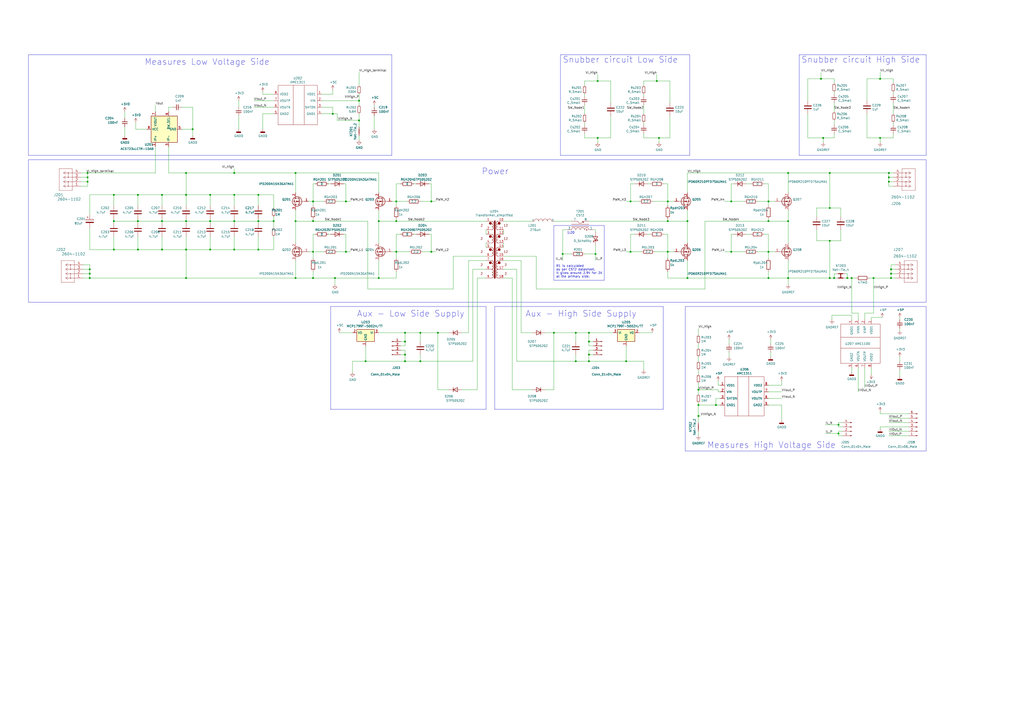
<source format=kicad_sch>
(kicad_sch (version 20230121) (generator eeschema)
  (paper "A2")
  (junction (at 111.76 74.93))
  (junction (at 365.76 116.84))
  (junction (at 181.61 128.27))
  (junction (at 346.71 80.01))
  (junction (at 80.01 113.03))
  (junction (at 515.62 102.87))
  (junction (at 326.39 147.32))
  (junction (at 107.95 161.29))
  (junction (at 50.8 100.33))
  (junction (at 50.8 102.87))
  (junction (at 341.63 198.12))
  (junction (at 363.22 209.55))
  (junction (at 506.73 161.29))
  (junction (at 494.03 161.29))
  (junction (at 107.95 113.03))
  (junction (at 365.76 146.05))
  (junction (at 107.95 128.27))
  (junction (at 52.07 161.29))
  (junction (at 135.89 144.78))
  (junction (at 481.33 161.29))
  (junction (at 171.45 100.33))
  (junction (at 66.04 144.78))
  (junction (at 234.95 209.55))
  (junction (at 93.98 144.78))
  (junction (at 243.84 209.55))
  (junction (at 346.71 46.99))
  (junction (at 515.62 100.33))
  (junction (at 445.77 146.05))
  (junction (at 200.66 116.84))
  (junction (at 445.77 128.27))
  (junction (at 405.13 241.3))
  (junction (at 193.04 66.04))
  (junction (at 212.09 209.55))
  (junction (at 345.44 147.32))
  (junction (at 334.01 209.55))
  (junction (at 457.2 128.27))
  (junction (at 229.87 116.84))
  (junction (at 491.49 161.29))
  (junction (at 481.33 100.33))
  (junction (at 93.98 128.27))
  (junction (at 457.2 100.33))
  (junction (at 387.35 116.84))
  (junction (at 66.04 128.27))
  (junction (at 398.78 128.27))
  (junction (at 481.33 120.65))
  (junction (at 486.41 251.46))
  (junction (at 107.95 144.78))
  (junction (at 181.61 161.29))
  (junction (at 121.92 128.27))
  (junction (at 341.63 209.55))
  (junction (at 229.87 146.05))
  (junction (at 219.71 161.29))
  (junction (at 341.63 193.04))
  (junction (at 229.87 128.27))
  (junction (at 481.33 139.7))
  (junction (at 516.89 156.21))
  (junction (at 121.92 113.03))
  (junction (at 415.29 234.95))
  (junction (at 149.86 113.03))
  (junction (at 181.61 146.05))
  (junction (at 445.77 116.84))
  (junction (at 476.25 45.72))
  (junction (at 445.77 161.29))
  (junction (at 66.04 113.03))
  (junction (at 135.89 128.27))
  (junction (at 52.07 158.75))
  (junction (at 107.95 100.33))
  (junction (at 208.28 69.85))
  (junction (at 321.31 193.04))
  (junction (at 405.13 234.95))
  (junction (at 510.54 45.72))
  (junction (at 424.18 116.84))
  (junction (at 234.95 193.04))
  (junction (at 158.75 128.27))
  (junction (at 405.13 226.06))
  (junction (at 243.84 193.04))
  (junction (at 121.92 144.78))
  (junction (at 387.35 128.27))
  (junction (at 52.07 156.21))
  (junction (at 510.54 80.01))
  (junction (at 516.89 158.75))
  (junction (at 515.62 105.41))
  (junction (at 387.35 146.05))
  (junction (at 334.01 193.04))
  (junction (at 50.8 105.41))
  (junction (at 171.45 161.29))
  (junction (at 250.19 116.84))
  (junction (at 486.41 246.38))
  (junction (at 219.71 128.27))
  (junction (at 254 193.04))
  (junction (at 135.89 113.03))
  (junction (at 80.01 144.78))
  (junction (at 135.89 100.33))
  (junction (at 457.2 161.29))
  (junction (at 477.52 80.01))
  (junction (at 398.78 161.29))
  (junction (at 200.66 146.05))
  (junction (at 208.28 58.42))
  (junction (at 341.63 205.74))
  (junction (at 234.95 205.74))
  (junction (at 250.19 146.05))
  (junction (at 93.98 113.03))
  (junction (at 149.86 128.27))
  (junction (at 181.61 116.84))
  (junction (at 483.87 161.29))
  (junction (at 149.86 144.78))
  (junction (at 80.01 128.27))
  (junction (at 194.31 161.29))
  (junction (at 516.89 161.29))
  (junction (at 171.45 128.27))
  (junction (at 382.27 80.01))
  (junction (at 424.18 146.05))
  (junction (at 381 46.99))
  (junction (at 234.95 198.12))
  (wire (pts (xy 387.35 116.84) (xy 378.46 116.84)))
  (wire (pts (xy 181.61 146.05) (xy 179.07 146.05)))
  (wire (pts (xy 510.54 41.91) (xy 510.54 45.72)))
  (wire (pts (xy 232.41 198.12) (xy 234.95 198.12)))
  (wire (pts (xy 416.56 227.33) (xy 417.83 227.33)))
  (polyline (pts (xy 281.94 237.49) (xy 281.94 177.8)))
  (wire (pts (xy 171.45 128.27) (xy 181.61 128.27)))
  (wire (pts (xy 52.07 144.78) (xy 66.04 144.78)))
  (wire (pts (xy 219.71 128.27) (xy 229.87 128.27)))
  (wire (pts (xy 135.89 137.16) (xy 135.89 144.78)))
  (wire (pts (xy 66.04 127) (xy 66.04 128.27)))
  (wire (pts (xy 232.41 200.66) (xy 234.95 200.66)))
  (polyline (pts (xy 16.51 90.17) (xy 16.51 31.75)))
  (wire (pts (xy 66.04 128.27) (xy 66.04 129.54)))
  (wire (pts (xy 431.8 146.05) (xy 424.18 146.05)))
  (wire (pts (xy 518.16 71.12) (xy 518.16 72.39)))
  (wire (pts (xy 138.43 74.93) (xy 138.43 67.31)))
  (wire (pts (xy 334.01 205.74) (xy 334.01 209.55)))
  (polyline (pts (xy 400.05 90.17) (xy 325.12 90.17)))
  (wire (pts (xy 476.25 41.91) (xy 476.25 45.72)))
  (wire (pts (xy 186.69 62.23) (xy 193.04 62.23)))
  (wire (pts (xy 171.45 121.92) (xy 171.45 128.27)))
  (wire (pts (xy 341.63 128.27) (xy 387.35 128.27)))
  (wire (pts (xy 219.71 100.33) (xy 219.71 111.76)))
  (wire (pts (xy 497.84 213.36) (xy 497.84 227.33)))
  (wire (pts (xy 506.73 161.29) (xy 516.89 161.29)))
  (wire (pts (xy 186.69 58.42) (xy 208.28 58.42)))
  (wire (pts (xy 445.77 146.05) (xy 449.58 146.05)))
  (wire (pts (xy 328.93 133.35) (xy 326.39 133.35)))
  (wire (pts (xy 481.33 139.7) (xy 487.68 139.7)))
  (wire (pts (xy 515.62 252.73) (xy 527.05 252.73)))
  (wire (pts (xy 190.5 135.89) (xy 191.77 135.89)))
  (wire (pts (xy 373.38 80.01) (xy 382.27 80.01)))
  (wire (pts (xy 66.04 137.16) (xy 66.04 144.78)))
  (polyline (pts (xy 325.12 90.17) (xy 325.12 31.75)))
  (wire (pts (xy 443.23 135.89) (xy 445.77 135.89)))
  (wire (pts (xy 457.2 128.27) (xy 457.2 140.97)))
  (wire (pts (xy 445.77 116.84) (xy 439.42 116.84)))
  (wire (pts (xy 135.89 113.03) (xy 149.86 113.03)))
  (wire (pts (xy 424.18 106.68) (xy 424.18 116.84)))
  (wire (pts (xy 234.95 200.66) (xy 234.95 198.12)))
  (wire (pts (xy 422.91 204.47) (xy 422.91 207.01)))
  (wire (pts (xy 135.89 119.38) (xy 135.89 113.03)))
  (wire (pts (xy 121.92 137.16) (xy 121.92 144.78)))
  (wire (pts (xy 50.8 102.87) (xy 50.8 105.41)))
  (wire (pts (xy 254 193.04) (xy 243.84 193.04)))
  (wire (pts (xy 416.56 226.06) (xy 416.56 227.33)))
  (wire (pts (xy 387.35 149.86) (xy 387.35 146.05)))
  (wire (pts (xy 181.61 127) (xy 181.61 128.27)))
  (wire (pts (xy 483.87 53.34) (xy 483.87 54.61)))
  (wire (pts (xy 80.01 137.16) (xy 80.01 144.78)))
  (wire (pts (xy 281.94 161.29) (xy 276.86 161.29)))
  (wire (pts (xy 195.58 69.85) (xy 195.58 66.04)))
  (polyline (pts (xy 537.21 175.26) (xy 537.21 92.71)))
  (wire (pts (xy 138.43 62.23) (xy 138.43 58.42)))
  (wire (pts (xy 46.99 102.87) (xy 50.8 102.87)))
  (wire (pts (xy 443.23 106.68) (xy 445.77 106.68)))
  (wire (pts (xy 326.39 133.35) (xy 326.39 147.32)))
  (wire (pts (xy 267.97 193.04) (xy 271.78 193.04)))
  (polyline (pts (xy 463.55 90.17) (xy 463.55 31.75)))
  (wire (pts (xy 491.49 158.75) (xy 491.49 161.29)))
  (wire (pts (xy 373.38 77.47) (xy 373.38 80.01)))
  (wire (pts (xy 341.63 200.66) (xy 341.63 198.12)))
  (wire (pts (xy 497.84 181.61) (xy 494.03 181.61)))
  (wire (pts (xy 121.92 127) (xy 121.92 128.27)))
  (wire (pts (xy 515.62 102.87) (xy 518.16 102.87)))
  (wire (pts (xy 195.58 146.05) (xy 200.66 146.05)))
  (wire (pts (xy 381 46.99) (xy 388.62 46.99)))
  (wire (pts (xy 93.98 119.38) (xy 93.98 113.03)))
  (wire (pts (xy 387.35 161.29) (xy 398.78 161.29)))
  (wire (pts (xy 457.2 100.33) (xy 457.2 111.76)))
  (wire (pts (xy 521.97 218.44) (xy 521.97 214.63)))
  (wire (pts (xy 158.75 125.73) (xy 158.75 128.27)))
  (wire (pts (xy 478.79 246.38) (xy 486.41 246.38)))
  (wire (pts (xy 398.78 128.27) (xy 398.78 140.97)))
  (wire (pts (xy 501.65 185.42) (xy 501.65 181.61)))
  (wire (pts (xy 518.16 45.72) (xy 518.16 48.26)))
  (wire (pts (xy 105.41 62.23) (xy 111.76 62.23)))
  (wire (pts (xy 100.33 62.23) (xy 97.79 62.23)))
  (wire (pts (xy 415.29 234.95) (xy 405.13 234.95)))
  (polyline (pts (xy 287.02 237.49) (xy 384.81 237.49)))
  (wire (pts (xy 486.41 245.11) (xy 488.95 245.11)))
  (wire (pts (xy 519.43 161.29) (xy 516.89 161.29)))
  (polyline (pts (xy 463.55 31.75) (xy 537.21 31.75)))
  (wire (pts (xy 473.71 120.65) (xy 481.33 120.65)))
  (wire (pts (xy 93.98 128.27) (xy 93.98 129.54)))
  (wire (pts (xy 486.41 250.19) (xy 488.95 250.19)))
  (wire (pts (xy 186.69 66.04) (xy 193.04 66.04)))
  (wire (pts (xy 292.1 128.27) (xy 308.61 128.27)))
  (wire (pts (xy 229.87 149.86) (xy 229.87 146.05)))
  (wire (pts (xy 52.07 156.21) (xy 52.07 158.75)))
  (wire (pts (xy 486.41 247.65) (xy 488.95 247.65)))
  (wire (pts (xy 186.69 54.61) (xy 193.04 54.61)))
  (wire (pts (xy 375.92 135.89) (xy 377.19 135.89)))
  (wire (pts (xy 368.3 135.89) (xy 365.76 135.89)))
  (wire (pts (xy 281.94 140.97) (xy 281.94 143.51)))
  (wire (pts (xy 217.17 62.23) (xy 217.17 60.96)))
  (wire (pts (xy 485.14 158.75) (xy 483.87 158.75)))
  (wire (pts (xy 229.87 161.29) (xy 219.71 161.29)))
  (wire (pts (xy 321.31 193.04) (xy 334.01 193.04)))
  (wire (pts (xy 149.86 137.16) (xy 149.86 144.78)))
  (wire (pts (xy 420.37 116.84) (xy 424.18 116.84)))
  (wire (pts (xy 515.62 250.19) (xy 527.05 250.19)))
  (wire (pts (xy 135.89 128.27) (xy 149.86 128.27)))
  (wire (pts (xy 158.75 144.78) (xy 158.75 137.16)))
  (wire (pts (xy 262.89 167.64) (xy 213.36 167.64)))
  (polyline (pts (xy 400.05 31.75) (xy 400.05 90.17)))
  (wire (pts (xy 387.35 128.27) (xy 398.78 128.27)))
  (wire (pts (xy 292.1 133.35) (xy 292.1 135.89)))
  (wire (pts (xy 254 226.06) (xy 254 193.04)))
  (wire (pts (xy 339.09 77.47) (xy 339.09 80.01)))
  (wire (pts (xy 518.16 45.72) (xy 510.54 45.72)))
  (wire (pts (xy 339.09 80.01) (xy 346.71 80.01)))
  (wire (pts (xy 387.35 116.84) (xy 387.35 119.38)))
  (wire (pts (xy 453.39 234.95) (xy 453.39 243.84)))
  (wire (pts (xy 391.16 116.84) (xy 387.35 116.84)))
  (wire (pts (xy 334.01 198.12) (xy 334.01 193.04)))
  (wire (pts (xy 93.98 113.03) (xy 107.95 113.03)))
  (wire (pts (xy 217.17 67.31) (xy 217.17 74.93)))
  (wire (pts (xy 52.07 158.75) (xy 52.07 161.29)))
  (wire (pts (xy 181.61 157.48) (xy 181.61 161.29)))
  (wire (pts (xy 510.54 247.65) (xy 510.54 248.92)))
  (wire (pts (xy 483.87 80.01) (xy 477.52 80.01)))
  (wire (pts (xy 147.32 62.23) (xy 158.75 62.23)))
  (wire (pts (xy 345.44 147.32) (xy 345.44 142.24)))
  (wire (pts (xy 203.2 116.84) (xy 200.66 116.84)))
  (wire (pts (xy 354.33 46.99) (xy 354.33 59.69)))
  (wire (pts (xy 240.03 106.68) (xy 241.3 106.68)))
  (wire (pts (xy 262.89 148.59) (xy 281.94 148.59)))
  (wire (pts (xy 121.92 119.38) (xy 121.92 113.03)))
  (wire (pts (xy 515.62 100.33) (xy 515.62 102.87)))
  (wire (pts (xy 373.38 71.12) (xy 373.38 72.39)))
  (wire (pts (xy 204.47 193.04) (xy 196.85 193.04)))
  (wire (pts (xy 398.78 100.33) (xy 457.2 100.33)))
  (wire (pts (xy 373.38 46.99) (xy 381 46.99)))
  (wire (pts (xy 473.71 133.35) (xy 473.71 139.7)))
  (wire (pts (xy 372.11 146.05) (xy 365.76 146.05)))
  (wire (pts (xy 190.5 106.68) (xy 191.77 106.68)))
  (wire (pts (xy 193.04 62.23) (xy 193.04 66.04)))
  (wire (pts (xy 425.45 135.89) (xy 424.18 135.89)))
  (wire (pts (xy 267.97 226.06) (xy 276.86 226.06)))
  (polyline (pts (xy 397.51 177.8) (xy 397.51 261.62)))
  (wire (pts (xy 121.92 128.27) (xy 121.92 129.54)))
  (wire (pts (xy 135.89 100.33) (xy 171.45 100.33)))
  (wire (pts (xy 405.13 207.01) (xy 405.13 209.55)))
  (wire (pts (xy 363.22 209.55) (xy 373.38 209.55)))
  (wire (pts (xy 486.41 251.46) (xy 486.41 252.73)))
  (wire (pts (xy 405.13 199.39) (xy 405.13 201.93)))
  (wire (pts (xy 405.13 226.06) (xy 405.13 228.6)))
  (wire (pts (xy 445.77 149.86) (xy 445.77 146.05)))
  (wire (pts (xy 445.77 116.84) (xy 445.77 119.38)))
  (wire (pts (xy 501.65 213.36) (xy 501.65 224.79)))
  (wire (pts (xy 213.36 167.64) (xy 213.36 128.27)))
  (wire (pts (xy 497.84 185.42) (xy 497.84 181.61)))
  (wire (pts (xy 179.07 116.84) (xy 181.61 116.84)))
  (wire (pts (xy 457.2 100.33) (xy 481.33 100.33)))
  (wire (pts (xy 518.16 80.01) (xy 518.16 77.47)))
  (wire (pts (xy 292.1 151.13) (xy 302.26 151.13)))
  (wire (pts (xy 416.56 220.98) (xy 416.56 223.52)))
  (wire (pts (xy 345.44 147.32) (xy 339.09 147.32)))
  (wire (pts (xy 93.98 137.16) (xy 93.98 144.78)))
  (wire (pts (xy 468.63 80.01) (xy 468.63 66.04)))
  (wire (pts (xy 334.01 193.04) (xy 341.63 193.04)))
  (wire (pts (xy 505.46 213.36) (xy 505.46 217.17)))
  (wire (pts (xy 494.03 161.29) (xy 494.03 181.61)))
  (wire (pts (xy 78.74 71.12) (xy 78.74 74.93)))
  (wire (pts (xy 387.35 157.48) (xy 387.35 161.29)))
  (wire (pts (xy 445.77 127) (xy 445.77 128.27)))
  (polyline (pts (xy 227.33 31.75) (xy 227.33 90.17)))
  (wire (pts (xy 311.15 167.64) (xy 408.94 167.64)))
  (wire (pts (xy 149.86 119.38) (xy 149.86 113.03)))
  (wire (pts (xy 384.81 135.89) (xy 387.35 135.89)))
  (wire (pts (xy 229.87 157.48) (xy 229.87 161.29)))
  (wire (pts (xy 486.41 246.38) (xy 486.41 247.65)))
  (wire (pts (xy 331.47 128.27) (xy 321.31 128.27)))
  (polyline (pts (xy 16.51 92.71) (xy 537.21 92.71)))
  (wire (pts (xy 316.23 226.06) (xy 321.31 226.06)))
  (wire (pts (xy 48.26 161.29) (xy 52.07 161.29)))
  (wire (pts (xy 422.91 196.85) (xy 422.91 199.39)))
  (polyline (pts (xy 16.51 175.26) (xy 537.21 175.26)))
  (polyline (pts (xy 397.51 261.62) (xy 537.21 261.62)))
  (wire (pts (xy 107.95 161.29) (xy 171.45 161.29)))
  (wire (pts (xy 182.88 135.89) (xy 181.61 135.89)))
  (wire (pts (xy 149.86 127) (xy 149.86 128.27)))
  (polyline (pts (xy 350.52 162.56) (xy 321.31 162.56)))
  (wire (pts (xy 234.95 203.2) (xy 234.95 205.74)))
  (wire (pts (xy 345.44 134.62) (xy 345.44 133.35)))
  (wire (pts (xy 490.22 161.29) (xy 491.49 161.29)))
  (wire (pts (xy 260.35 193.04) (xy 254 193.04)))
  (wire (pts (xy 365.76 116.84) (xy 370.84 116.84)))
  (wire (pts (xy 208.28 49.53) (xy 208.28 41.91)))
  (polyline (pts (xy 287.02 177.8) (xy 287.02 237.49)))
  (wire (pts (xy 212.09 200.66) (xy 212.09 209.55)))
  (wire (pts (xy 420.37 146.05) (xy 424.18 146.05)))
  (wire (pts (xy 50.8 100.33) (xy 50.8 102.87)))
  (wire (pts (xy 152.4 54.61) (xy 158.75 54.61)))
  (wire (pts (xy 370.84 193.04) (xy 378.46 193.04)))
  (wire (pts (xy 297.18 161.29) (xy 297.18 226.06)))
  (wire (pts (xy 345.44 133.35) (xy 344.17 133.35)))
  (wire (pts (xy 346.71 80.01) (xy 354.33 80.01)))
  (wire (pts (xy 200.66 135.89) (xy 200.66 146.05)))
  (wire (pts (xy 316.23 193.04) (xy 321.31 193.04)))
  (wire (pts (xy 199.39 106.68) (xy 200.66 106.68)))
  (wire (pts (xy 445.77 161.29) (xy 457.2 161.29)))
  (wire (pts (xy 373.38 49.53) (xy 373.38 46.99)))
  (wire (pts (xy 80.01 128.27) (xy 93.98 128.27)))
  (wire (pts (xy 476.25 45.72) (xy 468.63 45.72)))
  (wire (pts (xy 229.87 146.05) (xy 229.87 135.89)))
  (wire (pts (xy 486.41 252.73) (xy 488.95 252.73)))
  (wire (pts (xy 339.09 60.96) (xy 339.09 66.04)))
  (wire (pts (xy 405.13 250.19) (xy 405.13 252.73)))
  (polyline (pts (xy 350.52 130.81) (xy 350.52 162.56)))
  (wire (pts (xy 245.11 146.05) (xy 250.19 146.05)))
  (wire (pts (xy 483.87 59.69) (xy 483.87 64.77)))
  (wire (pts (xy 204.47 209.55) (xy 212.09 209.55)))
  (wire (pts (xy 237.49 146.05) (xy 229.87 146.05)))
  (wire (pts (xy 477.52 80.01) (xy 468.63 80.01)))
  (wire (pts (xy 299.72 209.55) (xy 334.01 209.55)))
  (wire (pts (xy 274.32 156.21) (xy 274.32 209.55)))
  (wire (pts (xy 375.92 106.68) (xy 377.19 106.68)))
  (wire (pts (xy 171.45 128.27) (xy 171.45 140.97)))
  (wire (pts (xy 171.45 151.13) (xy 171.45 161.29)))
  (wire (pts (xy 90.17 85.09) (xy 90.17 100.33)))
  (wire (pts (xy 398.78 151.13) (xy 398.78 161.29)))
  (wire (pts (xy 48.26 158.75) (xy 52.07 158.75)))
  (wire (pts (xy 518.16 105.41) (xy 515.62 105.41)))
  (wire (pts (xy 50.8 100.33) (xy 90.17 100.33)))
  (wire (pts (xy 195.58 116.84) (xy 200.66 116.84)))
  (wire (pts (xy 447.04 204.47) (xy 447.04 207.01)))
  (wire (pts (xy 234.95 198.12) (xy 234.95 193.04)))
  (wire (pts (xy 416.56 223.52) (xy 417.83 223.52)))
  (wire (pts (xy 229.87 128.27) (xy 281.94 128.27)))
  (wire (pts (xy 344.17 200.66) (xy 341.63 200.66)))
  (wire (pts (xy 481.33 100.33) (xy 515.62 100.33)))
  (wire (pts (xy 292.1 161.29) (xy 297.18 161.29)))
  (wire (pts (xy 519.43 156.21) (xy 516.89 156.21)))
  (wire (pts (xy 445.77 146.05) (xy 445.77 135.89)))
  (wire (pts (xy 292.1 148.59) (xy 311.15 148.59)))
  (wire (pts (xy 72.39 78.74) (xy 72.39 73.66)))
  (wire (pts (xy 483.87 158.75) (xy 483.87 161.29)))
  (wire (pts (xy 481.33 120.65) (xy 487.68 120.65)))
  (wire (pts (xy 527.05 242.57) (xy 515.62 242.57)))
  (wire (pts (xy 516.89 156.21) (xy 516.89 158.75)))
  (wire (pts (xy 46.99 100.33) (xy 50.8 100.33)))
  (wire (pts (xy 363.22 116.84) (xy 365.76 116.84)))
  (wire (pts (xy 181.61 146.05) (xy 181.61 135.89)))
  (wire (pts (xy 519.43 158.75) (xy 516.89 158.75)))
  (wire (pts (xy 200.66 106.68) (xy 200.66 116.84)))
  (wire (pts (xy 248.92 106.68) (xy 250.19 106.68)))
  (wire (pts (xy 52.07 132.08) (xy 52.07 144.78)))
  (wire (pts (xy 516.89 153.67) (xy 516.89 156.21)))
  (wire (pts (xy 339.09 46.99) (xy 339.09 49.53)))
  (wire (pts (xy 219.71 193.04) (xy 234.95 193.04)))
  (wire (pts (xy 398.78 161.29) (xy 445.77 161.29)))
  (wire (pts (xy 457.2 161.29) (xy 481.33 161.29)))
  (wire (pts (xy 171.45 100.33) (xy 171.45 111.76)))
  (wire (pts (xy 240.03 135.89) (xy 241.3 135.89)))
  (wire (pts (xy 72.39 68.58) (xy 72.39 64.77)))
  (wire (pts (xy 90.17 60.96) (xy 90.17 64.77)))
  (wire (pts (xy 311.15 148.59) (xy 311.15 167.64)))
  (wire (pts (xy 473.71 139.7) (xy 481.33 139.7)))
  (wire (pts (xy 234.95 209.55) (xy 243.84 209.55)))
  (wire (pts (xy 107.95 127) (xy 107.95 128.27)))
  (wire (pts (xy 66.04 128.27) (xy 80.01 128.27)))
  (wire (pts (xy 321.31 226.06) (xy 321.31 193.04)))
  (wire (pts (xy 281.94 151.13) (xy 271.78 151.13)))
  (polyline (pts (xy 321.31 162.56) (xy 321.31 130.81)))
  (wire (pts (xy 107.95 137.16) (xy 107.95 144.78)))
  (wire (pts (xy 482.6 182.88) (xy 482.6 185.42)))
  (wire (pts (xy 365.76 135.89) (xy 365.76 146.05)))
  (wire (pts (xy 477.52 80.01) (xy 477.52 82.55)))
  (wire (pts (xy 181.61 128.27) (xy 213.36 128.27)))
  (wire (pts (xy 384.81 106.68) (xy 387.35 106.68)))
  (wire (pts (xy 107.95 119.38) (xy 107.95 113.03)))
  (wire (pts (xy 152.4 53.34) (xy 152.4 54.61)))
  (wire (pts (xy 52.07 113.03) (xy 52.07 124.46)))
  (wire (pts (xy 408.94 167.64) (xy 408.94 128.27)))
  (polyline (pts (xy 16.51 31.75) (xy 227.33 31.75)))
  (wire (pts (xy 93.98 127) (xy 93.98 128.27)))
  (wire (pts (xy 341.63 203.2) (xy 341.63 205.74)))
  (wire (pts (xy 243.84 116.84) (xy 250.19 116.84)))
  (wire (pts (xy 299.72 156.21) (xy 299.72 209.55)))
  (wire (pts (xy 234.95 205.74) (xy 234.95 209.55)))
  (wire (pts (xy 515.62 105.41) (xy 515.62 107.95)))
  (wire (pts (xy 219.71 128.27) (xy 219.71 140.97)))
  (wire (pts (xy 354.33 67.31) (xy 354.33 80.01)))
  (wire (pts (xy 52.07 161.29) (xy 107.95 161.29)))
  (wire (pts (xy 107.95 100.33) (xy 107.95 113.03)))
  (wire (pts (xy 387.35 135.89) (xy 387.35 146.05)))
  (wire (pts (xy 521.97 184.15) (xy 521.97 185.42)))
  (wire (pts (xy 344.17 198.12) (xy 341.63 198.12)))
  (wire (pts (xy 135.89 128.27) (xy 135.89 129.54)))
  (wire (pts (xy 248.92 135.89) (xy 250.19 135.89)))
  (wire (pts (xy 281.94 156.21) (xy 274.32 156.21)))
  (wire (pts (xy 478.79 251.46) (xy 486.41 251.46)))
  (wire (pts (xy 107.95 113.03) (xy 121.92 113.03)))
  (wire (pts (xy 260.35 226.06) (xy 254 226.06)))
  (wire (pts (xy 80.01 119.38) (xy 80.01 113.03)))
  (wire (pts (xy 387.35 146.05) (xy 379.73 146.05)))
  (polyline (pts (xy 321.31 130.81) (xy 350.52 130.81)))
  (wire (pts (xy 147.32 58.42) (xy 158.75 58.42)))
  (wire (pts (xy 97.79 62.23) (xy 97.79 64.77)))
  (wire (pts (xy 408.94 128.27) (xy 445.77 128.27)))
  (wire (pts (xy 250.19 135.89) (xy 250.19 146.05)))
  (wire (pts (xy 187.96 146.05) (xy 182.88 146.05)))
  (wire (pts (xy 149.86 144.78) (xy 158.75 144.78)))
  (wire (pts (xy 80.01 113.03) (xy 93.98 113.03)))
  (wire (pts (xy 518.16 107.95) (xy 515.62 107.95)))
  (polyline (pts (xy 227.33 90.17) (xy 16.51 90.17)))
  (wire (pts (xy 229.87 116.84) (xy 229.87 119.38)))
  (wire (pts (xy 405.13 241.3) (xy 406.4 241.3)))
  (polyline (pts (xy 537.21 261.62) (xy 537.21 177.8)))
  (wire (pts (xy 93.98 144.78) (xy 107.95 144.78)))
  (polyline (pts (xy 537.21 177.8) (xy 397.51 177.8)))
  (wire (pts (xy 181.61 116.84) (xy 187.96 116.84)))
  (wire (pts (xy 415.29 231.14) (xy 415.29 234.95)))
  (wire (pts (xy 326.39 151.13) (xy 326.39 147.32)))
  (wire (pts (xy 368.3 106.68) (xy 365.76 106.68)))
  (wire (pts (xy 346.71 43.18) (xy 346.71 46.99)))
  (wire (pts (xy 481.33 139.7) (xy 481.33 161.29)))
  (wire (pts (xy 229.87 146.05) (xy 227.33 146.05)))
  (wire (pts (xy 194.31 161.29) (xy 219.71 161.29)))
  (wire (pts (xy 250.19 116.84) (xy 252.73 116.84)))
  (wire (pts (xy 48.26 153.67) (xy 52.07 153.67)))
  (wire (pts (xy 80.01 128.27) (xy 80.01 129.54)))
  (wire (pts (xy 486.41 250.19) (xy 486.41 251.46)))
  (wire (pts (xy 453.39 220.98) (xy 453.39 223.52)))
  (wire (pts (xy 182.88 106.68) (xy 181.61 106.68)))
  (polyline (pts (xy 281.94 177.8) (xy 191.77 177.8)))
  (wire (pts (xy 445.77 231.14) (xy 453.39 231.14)))
  (wire (pts (xy 405.13 222.25) (xy 405.13 226.06)))
  (wire (pts (xy 121.92 113.03) (xy 135.89 113.03)))
  (wire (pts (xy 445.77 128.27) (xy 457.2 128.27)))
  (polyline (pts (xy 191.77 237.49) (xy 281.94 237.49)))
  (wire (pts (xy 194.31 165.1) (xy 194.31 161.29)))
  (wire (pts (xy 518.16 59.69) (xy 518.16 66.04)))
  (wire (pts (xy 93.98 128.27) (xy 107.95 128.27)))
  (wire (pts (xy 281.94 133.35) (xy 281.94 135.89)))
  (wire (pts (xy 152.4 74.93) (xy 152.4 66.04)))
  (wire (pts (xy 502.92 80.01) (xy 510.54 80.01)))
  (polyline (pts (xy 537.21 90.17) (xy 463.55 90.17)))
  (wire (pts (xy 107.95 100.33) (xy 135.89 100.33)))
  (wire (pts (xy 521.97 190.5) (xy 521.97 191.77)))
  (wire (pts (xy 107.95 128.27) (xy 121.92 128.27)))
  (wire (pts (xy 80.01 127) (xy 80.01 128.27)))
  (wire (pts (xy 250.19 106.68) (xy 250.19 116.84)))
  (wire (pts (xy 527.05 240.03) (xy 510.54 240.03)))
  (wire (pts (xy 405.13 234.95) (xy 405.13 241.3)))
  (wire (pts (xy 232.41 106.68) (xy 229.87 106.68)))
  (wire (pts (xy 46.99 105.41) (xy 50.8 105.41)))
  (wire (pts (xy 405.13 241.3) (xy 405.13 245.11)))
  (polyline (pts (xy 384.81 177.8) (xy 287.02 177.8)))
  (wire (pts (xy 373.38 54.61) (xy 373.38 55.88)))
  (wire (pts (xy 339.09 46.99) (xy 346.71 46.99)))
  (wire (pts (xy 50.8 105.41) (xy 50.8 107.95)))
  (wire (pts (xy 510.54 80.01) (xy 510.54 82.55)))
  (wire (pts (xy 468.63 45.72) (xy 468.63 58.42)))
  (wire (pts (xy 193.04 52.07) (xy 193.04 54.61)))
  (wire (pts (xy 518.16 53.34) (xy 518.16 54.61)))
  (wire (pts (xy 481.33 161.29) (xy 483.87 161.29)))
  (wire (pts (xy 234.95 193.04) (xy 243.84 193.04)))
  (wire (pts (xy 510.54 80.01) (xy 518.16 80.01)))
  (wire (pts (xy 195.58 69.85) (xy 208.28 69.85)))
  (wire (pts (xy 78.74 74.93) (xy 85.09 74.93)))
  (wire (pts (xy 373.38 60.96) (xy 373.38 66.04)))
  (wire (pts (xy 344.17 203.2) (xy 341.63 203.2)))
  (wire (pts (xy 449.58 116.84) (xy 445.77 116.84)))
  (wire (pts (xy 382.27 80.01) (xy 388.62 80.01)))
  (wire (pts (xy 66.04 113.03) (xy 80.01 113.03)))
  (wire (pts (xy 341.63 193.04) (xy 355.6 193.04)))
  (wire (pts (xy 346.71 46.99) (xy 354.33 46.99)))
  (wire (pts (xy 334.01 209.55) (xy 341.63 209.55)))
  (wire (pts (xy 415.29 234.95) (xy 417.83 234.95)))
  (wire (pts (xy 502.92 66.04) (xy 502.92 80.01)))
  (wire (pts (xy 363.22 200.66) (xy 363.22 209.55)))
  (wire (pts (xy 212.09 209.55) (xy 234.95 209.55)))
  (wire (pts (xy 481.33 120.65) (xy 481.33 100.33)))
  (wire (pts (xy 341.63 209.55) (xy 363.22 209.55)))
  (wire (pts (xy 195.58 66.04) (xy 193.04 66.04)))
  (wire (pts (xy 208.28 58.42) (xy 208.28 60.96)))
  (wire (pts (xy 236.22 116.84) (xy 229.87 116.84)))
  (wire (pts (xy 66.04 119.38) (xy 66.04 113.03)))
  (wire (pts (xy 398.78 121.92) (xy 398.78 128.27)))
  (wire (pts (xy 292.1 140.97) (xy 292.1 143.51)))
  (wire (pts (xy 339.09 54.61) (xy 339.09 55.88)))
  (wire (pts (xy 50.8 107.95) (xy 46.99 107.95)))
  (wire (pts (xy 398.78 100.33) (xy 398.78 111.76)))
  (wire (pts (xy 483.87 45.72) (xy 483.87 48.26)))
  (wire (pts (xy 158.75 113.03) (xy 158.75 120.65)))
  (wire (pts (xy 292.1 156.21) (xy 299.72 156.21)))
  (wire (pts (xy 445.77 223.52) (xy 453.39 223.52)))
  (wire (pts (xy 445.77 157.48) (xy 445.77 161.29)))
  (wire (pts (xy 381 46.99) (xy 381 43.18)))
  (wire (pts (xy 373.38 209.55) (xy 373.38 214.63)))
  (wire (pts (xy 382.27 80.01) (xy 382.27 82.55)))
  (wire (pts (xy 494.03 213.36) (xy 494.03 215.9)))
  (wire (pts (xy 425.45 106.68) (xy 424.18 106.68)))
  (wire (pts (xy 203.2 146.05) (xy 200.66 146.05)))
  (wire (pts (xy 111.76 74.93) (xy 111.76 78.74)))
  (wire (pts (xy 181.61 161.29) (xy 194.31 161.29)))
  (polyline (pts (xy 537.21 31.75) (xy 537.21 90.17)))
  (wire (pts (xy 149.86 113.03) (xy 158.75 113.03)))
  (wire (pts (xy 387.35 106.68) (xy 387.35 116.84)))
  (wire (pts (xy 219.71 121.92) (xy 219.71 128.27)))
  (wire (pts (xy 511.81 184.15) (xy 505.46 184.15)))
  (wire (pts (xy 445.77 116.84) (xy 445.77 106.68)))
  (wire (pts (xy 521.97 207.01) (xy 521.97 209.55)))
  (wire (pts (xy 505.46 184.15) (xy 505.46 185.42)))
  (wire (pts (xy 405.13 214.63) (xy 405.13 217.17)))
  (wire (pts (xy 341.63 205.74) (xy 341.63 209.55)))
  (wire (pts (xy 107.95 144.78) (xy 107.95 161.29)))
  (wire (pts (xy 229.87 127) (xy 229.87 128.27)))
  (wire (pts (xy 487.68 133.35) (xy 487.68 139.7)))
  (wire (pts (xy 504.19 161.29) (xy 506.73 161.29)))
  (wire (pts (xy 208.28 54.61) (xy 208.28 58.42)))
  (wire (pts (xy 486.41 245.11) (xy 486.41 246.38)))
  (wire (pts (xy 387.35 127) (xy 387.35 128.27)))
  (wire (pts (xy 506.73 181.61) (xy 506.73 161.29)))
  (polyline (pts (xy 384.81 237.49) (xy 384.81 177.8)))
  (wire (pts (xy 510.54 45.72) (xy 502.92 45.72)))
  (wire (pts (xy 135.89 97.79) (xy 135.89 100.33)))
  (wire (pts (xy 519.43 153.67) (xy 516.89 153.67)))
  (wire (pts (xy 149.86 128.27) (xy 149.86 129.54)))
  (wire (pts (xy 66.04 144.78) (xy 80.01 144.78)))
  (wire (pts (xy 208.28 66.04) (xy 208.28 69.85)))
  (wire (pts (xy 152.4 66.04) (xy 158.75 66.04)))
  (wire (pts (xy 232.41 203.2) (xy 234.95 203.2)))
  (wire (pts (xy 518.16 100.33) (xy 515.62 100.33)))
  (wire (pts (xy 97.79 100.33) (xy 107.95 100.33)))
  (wire (pts (xy 171.45 161.29) (xy 181.61 161.29)))
  (wire (pts (xy 346.71 82.55) (xy 346.71 80.01)))
  (wire (pts (xy 158.75 128.27) (xy 158.75 132.08)))
  (wire (pts (xy 229.87 135.89) (xy 232.41 135.89)))
  (wire (pts (xy 111.76 62.23) (xy 111.76 74.93)))
  (wire (pts (xy 365.76 106.68) (xy 365.76 116.84)))
  (polyline (pts (xy 191.77 177.8) (xy 191.77 237.49)))
  (wire (pts (xy 487.68 125.73) (xy 487.68 120.65)))
  (wire (pts (xy 516.89 158.75) (xy 516.89 161.29)))
  (wire (pts (xy 271.78 151.13) (xy 271.78 193.04)))
  (wire (pts (xy 473.71 125.73) (xy 473.71 120.65)))
  (wire (pts (xy 252.73 146.05) (xy 250.19 146.05)))
  (wire (pts (xy 476.25 45.72) (xy 483.87 45.72)))
  (wire (pts (xy 510.54 240.03) (xy 510.54 238.76)))
  (wire (pts (xy 445.77 234.95) (xy 453.39 234.95)))
  (wire (pts (xy 387.35 146.05) (xy 391.16 146.05)))
  (polyline (pts (xy 325.12 31.75) (xy 400.05 31.75)))
  (wire (pts (xy 181.61 116.84) (xy 181.61 106.68)))
  (wire (pts (xy 445.77 227.33) (xy 453.39 227.33)))
  (wire (pts (xy 494.03 185.42) (xy 494.03 182.88)))
  (wire (pts (xy 424.18 135.89) (xy 424.18 146.05)))
  (wire (pts (xy 527.05 247.65) (xy 510.54 247.65)))
  (wire (pts (xy 326.39 147.32) (xy 331.47 147.32)))
  (wire (pts (xy 107.95 144.78) (xy 121.92 144.78)))
  (wire (pts (xy 80.01 144.78) (xy 93.98 144.78)))
  (wire (pts (xy 243.84 198.12) (xy 243.84 193.04)))
  (wire (pts (xy 149.86 128.27) (xy 158.75 128.27)))
  (wire (pts (xy 66.04 113.03) (xy 52.07 113.03)))
  (wire (pts (xy 208.28 78.74) (xy 208.28 81.28)))
  (wire (pts (xy 515.62 245.11) (xy 527.05 245.11)))
  (wire (pts (xy 341.63 198.12) (xy 341.63 193.04)))
  (wire (pts (xy 491.49 161.29) (xy 494.03 161.29)))
  (wire (pts (xy 515.62 102.87) (xy 515.62 105.41)))
  (wire (pts (xy 494.03 161.29) (xy 496.57 161.29)))
  (polyline (pts (xy 16.51 92.71) (xy 16.51 175.26)))
  (wire (pts (xy 363.22 146.05) (xy 365.76 146.05)))
  (wire (pts (xy 181.61 116.84) (xy 181.61 119.38)))
  (wire (pts (xy 171.45 100.33) (xy 219.71 100.33)))
  (wire (pts (xy 424.18 116.84) (xy 431.8 116.84)))
  (wire (pts (xy 121.92 144.78) (xy 135.89 144.78)))
  (wire (pts (xy 388.62 80.01) (xy 388.62 67.31)))
  (wire (pts (xy 501.65 181.61) (xy 506.73 181.61)))
  (wire (pts (xy 302.26 151.13) (xy 302.26 193.04)))
  (wire (pts (xy 262.89 148.59) (xy 262.89 167.64)))
  (wire (pts (xy 243.84 209.55) (xy 274.32 209.55)))
  (wire (pts (xy 457.2 151.13) (xy 457.2 161.29)))
  (wire (pts (xy 447.04 196.85) (xy 447.04 199.39)))
  (wire (pts (xy 494.03 182.88) (xy 482.6 182.88)))
  (wire (pts (xy 199.39 135.89) (xy 200.66 135.89)))
  (wire (pts (xy 204.47 215.9) (xy 204.47 209.55)))
  (wire (pts (xy 483.87 77.47) (xy 483.87 80.01)))
  (wire (pts (xy 345.44 147.32) (xy 345.44 151.13)))
  (wire (pts (xy 105.41 74.93) (xy 111.76 74.93)))
  (wire (pts (xy 219.71 151.13) (xy 219.71 161.29)))
  (wire (pts (xy 405.13 233.68) (xy 405.13 234.95)))
  (wire (pts (xy 227.33 116.84) (xy 229.87 116.84)))
  (wire (pts (xy 457.2 121.92) (xy 457.2 128.27)))
  (wire (pts (xy 433.07 106.68) (xy 435.61 106.68)))
  (wire (pts (xy 135.89 144.78) (xy 149.86 144.78)))
  (wire (pts (xy 107.95 128.27) (xy 107.95 129.54)))
  (wire (pts (xy 417.83 231.14) (xy 415.29 231.14)))
  (wire (pts (xy 135.89 127) (xy 135.89 128.27)))
  (wire (pts (xy 483.87 161.29) (xy 485.14 161.29)))
  (wire (pts (xy 302.26 193.04) (xy 308.61 193.04)))
  (wire (pts (xy 229.87 116.84) (xy 229.87 106.68)))
  (wire (pts (xy 308.61 226.06) (xy 297.18 226.06)))
  (wire (pts (xy 457.2 161.29) (xy 457.2 165.1)))
  (wire (pts (xy 339.09 71.12) (xy 339.09 72.39)))
  (wire (pts (xy 52.07 153.67) (xy 52.07 156.21)))
  (wire (pts (xy 243.84 205.74) (xy 243.84 209.55)))
  (wire (pts (xy 416.56 226.06) (xy 405.13 226.06)))
  (wire (pts (xy 48.26 156.21) (xy 52.07 156.21)))
  (wire (pts (xy 276.86 161.29) (xy 276.86 226.06)))
  (wire (pts (xy 208.28 69.85) (xy 208.28 73.66)))
  (wire (pts (xy 344.17 205.74) (xy 341.63 205.74)))
  (wire (pts (xy 181.61 149.86) (xy 181.61 146.05)))
  (wire (pts (xy 121.92 128.27) (xy 135.89 128.27)))
  (wire (pts (xy 97.79 85.09) (xy 97.79 100.33)))
  (wire (pts (xy 490.22 158.75) (xy 491.49 158.75)))
  (wire (pts (xy 445.77 146.05) (xy 439.42 146.05)))
  (wire (pts (xy 502.92 45.72) (xy 502.92 58.42)))
  (wire (pts (xy 405.13 194.31) (xy 405.13 190.5)))
  (wire (pts (xy 483.87 69.85) (xy 483.87 72.39)))
  (wire (pts (xy 232.41 205.74) (xy 234.95 205.74)))
  (wire (pts (xy 388.62 46.99) (xy 388.62 59.69)))
  (wire (pts (xy 433.07 135.89) (xy 435.61 135.89)))
  (text "Aux - Low Side Supply" (at 207.01 184.15 0) (effects (font (size 3.5052 3.5052)) (justify left bottom)))
  (text "Snubber circuit Low Side\n" (at 326.39 36.83 0) (effects (font (size 3.5052 3.5052)) (justify left bottom)))
  (text "Power" (at 279.4 101.6 0) (effects (font (size 3.5052 3.5052)) (justify left bottom)))
  (text "Measures High Voltage Side" (at 410.21 260.35 0) (effects (font (size 3.5052 3.5052)) (justify left bottom)))
  (text "1:20" (at 328.93 135.89 0) (effects (font (size 1.27 1.27)) (justify left bottom)))
  (text "Measures Low Voltage Side" (at 83.82 38.1 0) (effects (font (size 3.5052 3.5052)) (justify left bottom)))
  (text "Snubber circuit High Side\n" (at 464.82 36.83 0) (effects (font (size 3.5052 3.5052)) (justify left bottom)))
  (text "Aux - High Side Supply\n" (at 304.8 184.15 0) (effects (font (size 3.5052 3.5052)) (justify left bottom)))
  (text "R1 is calculated \nas per CST2 datasheet. \nIt gives around 2.9V for 2A\nat the primary side. " (at 322.58 161.29 0) (effects (font (size 1.27 1.27)) (justify left bottom)))
  (label "VIout_P" (at 147.32 58.42 0))
  (label "IL_P" (at 345.44 151.13 0))
  (label "PWM_L4" (at 420.37 146.05 180))
  (label "SW_Node3" (at 483.87 63.5 0))
  (label "VIIHigh_N" (at 406.4 241.3 0))
  (label "VII_High" (at 398.78 100.33 0))
  (label "IL_P" (at 478.79 251.46 0))
  (label "VIIout_P" (at 453.39 227.33 0))
  (label "SW_Node3" (at 367.03 128.27 0))
  (label "IIIOut_P" (at 501.65 224.79 0))
  (label "VIIout_N" (at 515.62 245.11 0))
  (label "VI_High" (at 135.89 97.79 180))
  (label "PWM_H3" (at 363.22 116.84 180))
  (label "PWM_L1" (at 203.2 146.05 0))
  (label "SW_Node4" (at 518.16 63.5 0))
  (label "IIIHigh_P" (at 506.73 167.64 0))
  (label "VI_High" (at 346.71 43.18 180))
  (label "IIout" (at 90.17 60.96 0))
  (label "VIIHigh_P" (at 405.13 226.06 0))
  (label "VII_High" (at 510.54 41.91 0))
  (label "IIIOut_N" (at 497.84 227.33 0))
  (label "IIIOut_P" (at 515.62 252.73 0))
  (label "IIIOut_N" (at 515.62 250.19 0))
  (label "PWM_H4" (at 420.37 116.84 180))
  (label "VII_High" (at 405.13 190.5 0))
  (label "VIIout_P" (at 515.62 242.57 0))
  (label "SW_Node4" (at 419.1 128.27 0))
  (label "VI_High" (at 381 43.18 180))
  (label "VIout_N" (at 147.32 62.23 0))
  (label "VII_High" (at 476.25 41.91 0))
  (label "PWM_H1" (at 203.2 116.84 0))
  (label "PWM_L3" (at 363.22 146.05 180))
  (label "PWM_H2" (at 252.73 116.84 0))
  (label "IL_N" (at 326.39 151.13 180))
  (label "SW_Node2" (at 246.38 128.27 180))
  (label "IL_N" (at 478.79 246.38 0))
  (label "VI_High_terminal" (at 208.28 41.91 0))
  (label "VIHigh_N" (at 204.47 69.85 180))
  (label "VIIout_N" (at 453.39 231.14 0))
  (label "VIHigh_P" (at 208.28 57.15 180))
  (label "PWM_L2" (at 252.73 146.05 0))
  (label "VI_High_terminal" (at 66.04 100.33 180))
  (label "IIIHigh_N" (at 494.03 167.64 180))
  (label "SW_Node2" (at 373.38 63.5 180))
  (label "SW_Node1" (at 339.09 63.5 180))
  (label "SW_Node1" (at 198.12 128.27 180))
  (symbol (lib_id "Device:R_Small") (at 208.28 52.07 0) (mirror y) (unit 1)
    (property "Reference" "Rv201" (at 206.7814 50.9016 0) (effects (justify left)))
    (property "Value" "330K" (at 206.7814 53.213 0) (effects (justify left)))
    (property "Footprint" "Resistor_SMD:R_0805_2012Metric" (effects hide))
  )
  (symbol (lib_id "Device:R_Small") (at 405.13 231.14 0) (unit 1)
    (property "Reference" "Rv207" (at 406.6286 229.9716 0) (effects (justify left)))
    (property "Value" "16K" (at 406.6286 232.283 0) (effects (justify left)))
    (property "Footprint" "Resistor_SMD:R_0805_2012Metric" (effects hide))
  )
  (symbol (lib_id "power:GNDD") (at 494.03 215.9 0) (unit 1)
    (property "Reference" "#PWR0231" (effects hide))
    (property "Value" "GNDD" (at 494.1316 219.837 0))
  )
  (symbol (lib_id "Device:C_Small") (at 102.87 62.23 270) (mirror x) (unit 1)
    (property "Reference" "C209" (at 101.6 55.88 90) (effects (justify left)))
    (property "Value" "1nF" (at 101.6 58.42 90) (effects (justify left)))
    (property "Footprint" "Capacitor_SMD:C_0805_2012Metric" (effects hide))
  )
  (symbol (lib_id "Device:R_Small") (at 518.16 68.58 0) (unit 1)
    (property "Reference" "Rs208" (at 519.6586 67.4116 0) (effects (justify left)))
    (property "Value" "R_Small" (at 519.6586 69.723 0) (effects (justify left)))
    (property "Footprint" "Resistor_SMD:R_0805_2012Metric" (effects hide))
  )
  (symbol (lib_id "Device:D") (at 429.26 106.68 0) (unit 1)
    (property "Reference" "D212" (at 429.26 101.6 0))
    (property "Value" "STPS0520Z" (at 427.99 104.14 0))
    (property "Footprint" "Diode_SMD:D_SOD-123" (effects hide))
    (property "Datasheet" "https://www.st.com/resource/en/datasheet/stps0520z.pdf" (effects hide))
  )
  (symbol (lib_id "Device:C_Small") (at 521.97 212.09 0) (unit 1)
    (property "Reference" "C231" (at 524.3068 210.9216 0) (effects (justify left)))
    (property "Value" "100nF" (at 524.3068 213.233 0) (effects (justify left)))
    (property "Footprint" "Capacitor_SMD:C_0805_2012Metric" (effects hide))
  )
  (symbol (lib_id "power:GND") (at 382.27 82.55 0) (unit 1)
    (property "Reference" "#PWR0219" (effects hide))
    (property "Value" "GND" (at 382.397 86.9442 0))
  )
  (symbol (lib_id "Device:C") (at 149.86 133.35 0) (unit 1)
    (property "Reference" "C218" (at 142.24 133.35 0) (effects (justify left)))
    (property "Value" "4.7uF" (at 142.24 135.89 0) (effects (justify left)))
    (property "Footprint" "Footprints:C_1210_3225Metric" (effects hide))
    (property "Datasheet" "https://www.mouser.fr/datasheet/2/40/X7RDielectric-777024.pdf" (effects hide))
    (property "Ref" "12101C475KAT2A" (effects hide))
  )
  (symbol (lib_id "Device:C") (at 135.89 123.19 0) (unit 1)
    (property "Reference" "C214" (at 128.27 120.65 0) (effects (justify left)))
    (property "Value" "4.7uF" (at 128.27 123.19 0) (effects (justify left)))
    (property "Footprint" "Footprints:C_1210_3225Metric" (effects hide))
    (property "Datasheet" "https://www.mouser.fr/datasheet/2/40/X7RDielectric-777024.pdf" (effects hide))
    (property "Ref" "12101C475KAT2A" (effects hide))
  )
  (symbol (lib_id "Transistor_FET:QM6006D") (at 222.25 146.05 0) (mirror y) (unit 1)
    (property "Reference" "Q204" (at 217.043 144.8816 0) (effects (justify left)))
    (property "Value" "IPD200N15N3GATMA1 " (at 218.44 158.75 0) (effects (justify left)))
    (property "Footprint" "Package_TO_SOT_SMD:TO-252-2" (effects hide))
    (property "Datasheet" "https://www.google.com/url?sa=t&rct=j&q=&esrc=s&source=web&cd=&cad=rja&uact=8&ved=2ahUKEwjE0fTU26DtAhVIyYUKHZ3tCHYQFjAHegQIDRAC&url=https%3A%2F%2Fwww.infineon.com%2Fdgdl%2FInfineon-IPD200N15N3%2520G-DS-v02_07-EN.pdf%3FfileId%3D5546d4624fb7fef2014ff59238932dbf&usg=AOvVaw1Xs-ueT0svzzJnn2myrbpi" (effects hide))
  )
  (symbol (lib_id "Device:C") (at 121.92 133.35 0) (unit 1)
    (property "Reference" "C213" (at 114.3 134.62 0) (effects (justify left)))
    (property "Value" "4.7uF" (at 114.3 137.16 0) (effects (justify left)))
    (property "Footprint" "Footprints:C_1210_3225Metric" (effects hide))
    (property "Datasheet" "https://www.mouser.fr/datasheet/2/40/X7RDielectric-777024.pdf" (effects hide))
    (property "Ref" "12101C475KAT2A" (effects hide))
  )
  (symbol (lib_id "power:GNDREF") (at 482.6 185.42 0) (unit 1)
    (property "Reference" "#PWR0230" (effects hide))
    (property "Value" "GNDREF" (at 482.727 189.8142 0))
  )
  (symbol (lib_id "power:GNDD") (at 152.4 74.93 0) (unit 1)
    (property "Reference" "#PWR0208" (effects hide))
    (property "Value" "GNDD" (at 152.5016 78.867 0))
  )
  (symbol (lib_id "Device:Net-Tie_2") (at 405.13 247.65 90) (unit 1)
    (property "Reference" "NT202" (at 400.5326 247.65 0))
    (property "Value" "Net-Tie_2" (at 402.844 247.65 0))
    (property "Footprint" "NetTie:NetTie-2_SMD_Pad0.5mm" (effects hide))
  )
  (symbol (lib_id "Device:R") (at 236.22 135.89 270) (mirror x) (unit 1)
    (property "Reference" "RGH205" (at 236.22 133.35 90))
    (property "Value" "0" (at 236.22 135.89 90))
    (property "Footprint" "Resistor_SMD:R_0805_2012Metric" (effects hide))
  )
  (symbol (lib_id "Device:C") (at 354.33 63.5 0) (unit 1)
    (property "Reference" "C222" (at 357.251 62.3316 0) (effects (justify left)))
    (property "Value" "10uF" (at 357.251 64.643 0) (effects (justify left)))
    (property "Footprint" "Footprints:C_1210_3225Metric" (effects hide))
    (property "Datasheet" "https://www.mouser.fr/datasheet/2/40/X7RDielectric-777024.pdf" (effects hide))
    (property "Ref" "12101C475KAT2A" (effects hide))
  )
  (symbol (lib_id "Symbols:Transformer_simplified") (at 287.02 148.59 0) (unit 1)
    (property "Reference" "U204" (at 286.6898 122.555 0))
    (property "Value" "Transformer_simplified" (at 286.6898 124.8664 0))
    (property "Footprint" "Footprints:PlanarCoreE43_withoutboardcut" (effects hide))
  )
  (symbol (lib_id "Transformer:CST2") (at 336.55 133.35 0) (mirror y) (unit 1)
    (property "Reference" "T201" (at 336.55 122.555 0))
    (property "Value" "CST2" (at 336.55 124.8664 0))
    (property "Footprint" "Footprints:Transformer_Coilcraft_CST2" (effects hide))
    (property "Datasheet" "https://www.coilcraft.com/pdfs/cst.pdf" (effects hide))
  )
  (symbol (lib_id "Device:R") (at 435.61 116.84 90) (unit 1)
    (property "Reference" "RGH210" (at 435.61 114.3 90))
    (property "Value" "2,2" (at 435.61 116.84 90))
    (property "Footprint" "Resistor_SMD:R_0805_2012Metric" (effects hide))
  )
  (symbol (lib_id "Device:R_Small") (at 405.13 212.09 0) (unit 1)
    (property "Reference" "Rv205" (at 406.6286 210.9216 0) (effects (justify left)))
    (property "Value" "1M" (at 406.6286 213.233 0) (effects (justify left)))
    (property "Footprint" "Resistor_SMD:R_0805_2012Metric" (effects hide))
  )
  (symbol (lib_id "Device:R") (at 229.87 123.19 0) (mirror x) (unit 1)
    (property "Reference" "RpdH202" (at 237.49 121.92 0) (effects (justify right)))
    (property "Value" "1k" (at 233.68 124.46 0) (effects (justify right)))
    (property "Footprint" "Resistor_SMD:R_0805_2012Metric" (effects hide))
  )
  (symbol (lib_id "Device:C_Small") (at 339.09 58.42 0) (mirror y) (unit 1)
    (property "Reference" "Cs201" (at 336.7532 57.2516 0) (effects (justify left)))
    (property "Value" "C_Small" (at 336.7532 59.563 0) (effects (justify left)))
    (property "Footprint" "Capacitor_SMD:C_0805_2012Metric" (effects hide))
  )
  (symbol (lib_id "power:+3V3") (at 138.43 58.42 0) (unit 1)
    (property "Reference" "#PWR0205" (effects hide))
    (property "Value" "+3V3" (at 138.811 54.0258 0))
  )
  (symbol (lib_id "Device:R_Small") (at 339.09 52.07 0) (mirror y) (unit 1)
    (property "Reference" "Rs201" (at 337.5914 50.9016 0) (effects (justify left)))
    (property "Value" "R_Small" (at 337.5914 53.213 0) (effects (justify left)))
    (property "Footprint" "Resistor_SMD:R_0805_2012Metric" (effects hide))
  )
  (symbol (lib_id "Symbols:AMC1311") (at 431.8 231.14 0) (unit 1)
    (property "Reference" "U206" (at 431.8 214.249 0))
    (property "Value" "AMC1311" (at 431.8 216.5604 0))
    (property "Footprint" "Footprints:SOIC-8_7.5x5.85mm_P1.27mm" (effects hide))
    (property "Datasheet" "https://www.ti.com/lit/ds/symlink/amc1311.pdf?ts=1597049043074&ref_url=https%253A%252F%252Fwww.google.com%252F" (effects hide))
  )
  (symbol (lib_id "Device:C_Small") (at 138.43 64.77 0) (mirror x) (unit 1)
    (property "Reference" "C216" (at 140.97 62.23 0) (effects (justify left)))
    (property "Value" "100nF" (at 140.97 64.77 0) (effects (justify left)))
    (property "Footprint" "Capacitor_SMD:C_0805_2012Metric" (effects hide))
  )
  (symbol (lib_id "Device:R_Small") (at 158.75 123.19 0) (mirror y) (unit 1)
    (property "Reference" "Rb201" (at 163.83 121.92 0) (effects (justify left)))
    (property "Value" "1M" (at 162.56 124.46 0) (effects (justify left)))
    (property "Footprint" "Resistor_SMD:R_0805_2012Metric" (effects hide))
  )
  (symbol (lib_id "Regulator_Linear:MCP1754S-5002xCB") (at 363.22 193.04 0) (unit 1)
    (property "Reference" "U205" (at 363.22 186.8932 0))
    (property "Value" "MCP1799T-5002H/TT " (at 363.22 189.2046 0))
    (property "Footprint" "Package_TO_SOT_SMD:SOT-23" (effects hide))
    (property "Datasheet" "http://ww1.microchip.com/downloads/en/DeviceDoc/20002276C.pdf" (effects hide))
  )
  (symbol (lib_id "Device:C") (at 334.01 201.93 0) (mirror y) (unit 1)
    (property "Reference" "C221" (at 331.089 200.7616 0) (effects (justify left)))
    (property "Value" "4.7uF" (at 331.089 203.073 0) (effects (justify left)))
    (property "Footprint" "Footprints:C_1210_3225Metric" (effects hide))
    (property "Datasheet" "https://www.mouser.fr/datasheet/2/40/X7RDielectric-777024.pdf" (effects hide))
    (property "Ref" "12101C475KAT2A" (effects hide))
  )
  (symbol (lib_id "Device:R") (at 381 135.89 90) (unit 1)
    (property "Reference" "RGH209" (at 381 133.35 90))
    (property "Value" "0" (at 381 135.89 90))
    (property "Footprint" "Resistor_SMD:R_0805_2012Metric" (effects hide))
  )
  (symbol (lib_id "power:GND") (at 208.28 81.28 0) (unit 1)
    (property "Reference" "#PWR0213" (effects hide))
    (property "Value" "GND" (at 208.407 85.6742 0))
  )
  (symbol (lib_id "Device:D") (at 264.16 193.04 0) (unit 1)
    (property "Reference" "D205" (at 261.62 196.85 0))
    (property "Value" "STPS0520Z" (at 265.43 199.39 0))
    (property "Footprint" "Diode_SMD:D_SOD-123" (effects hide))
    (property "Datasheet" "https://www.st.com/resource/en/datasheet/stps0520z.pdf" (effects hide))
  )
  (symbol (lib_id "power:+5P") (at 416.56 220.98 0) (unit 1)
    (property "Reference" "#PWR0221" (effects hide))
    (property "Value" "+5P" (at 416.941 216.5858 0))
  )
  (symbol (lib_id "Device:C") (at 135.89 133.35 0) (unit 1)
    (property "Reference" "C215" (at 128.27 134.62 0) (effects (justify left)))
    (property "Value" "4.7uF" (at 128.27 137.16 0) (effects (justify left)))
    (property "Footprint" "Footprints:C_1210_3225Metric" (effects hide))
    (property "Datasheet" "https://www.mouser.fr/datasheet/2/40/X7RDielectric-777024.pdf" (effects hide))
    (property "Ref" "12101C475KAT2A" (effects hide))
  )
  (symbol (lib_id "Device:R") (at 387.35 123.19 180) (unit 1)
    (property "Reference" "RpdH203" (at 388.62 120.65 0) (effects (justify right)))
    (property "Value" "1k" (at 388.62 123.19 0) (effects (justify right)))
    (property "Footprint" "Resistor_SMD:R_0805_2012Metric" (effects hide))
  )
  (symbol (lib_id "Device:C") (at 80.01 123.19 0) (unit 1)
    (property "Reference" "C205" (at 72.39 120.65 0) (effects (justify left)))
    (property "Value" "4.7uF" (at 71.12 123.19 0) (effects (justify left)))
    (property "Footprint" "Footprints:C_1210_3225Metric" (effects hide))
    (property "Datasheet" "https://www.mouser.fr/datasheet/2/40/X7RDielectric-777024.pdf" (effects hide))
    (property "Ref" "12101C475KAT2A" (effects hide))
  )
  (symbol (lib_id "Device:C_Small") (at 422.91 201.93 0) (unit 1)
    (property "Reference" "C224" (at 425.45 199.39 0) (effects (justify left)))
    (property "Value" "100nF" (at 425.45 201.93 0) (effects (justify left)))
    (property "Footprint" "Capacitor_SMD:C_0805_2012Metric" (effects hide))
  )
  (symbol (lib_id "Device:D") (at 245.11 135.89 0) (mirror y) (unit 1)
    (property "Reference" "D204" (at 245.11 130.81 0))
    (property "Value" "STPS0520Z" (at 245.11 133.35 0))
    (property "Footprint" "Diode_SMD:D_SOD-123" (effects hide))
    (property "Datasheet" "https://www.st.com/resource/en/datasheet/stps0520z.pdf" (effects hide))
  )
  (symbol (lib_id "Device:R") (at 439.42 106.68 90) (unit 1)
    (property "Reference" "RGH211" (at 439.42 104.14 90))
    (property "Value" "0" (at 439.42 106.68 90))
    (property "Footprint" "Resistor_SMD:R_0805_2012Metric" (effects hide))
  )
  (symbol (lib_id "power:+3V3") (at 505.46 217.17 180) (unit 1)
    (property "Reference" "#PWR0232" (effects hide))
    (property "Value" "+3V3" (at 505.079 221.5642 0))
  )
  (symbol (lib_id "power:+5P") (at 378.46 193.04 0) (unit 1)
    (property "Reference" "#PWR0218" (effects hide))
    (property "Value" "+5P" (at 378.841 188.6458 0))
  )
  (symbol (lib_id "power:GNDREF") (at 457.2 165.1 0) (unit 1)
    (property "Reference" "#PWR0228" (effects hide))
    (property "Value" "GNDREF" (at 457.327 169.4942 0))
  )
  (symbol (lib_id "Device:C") (at 80.01 133.35 0) (unit 1)
    (property "Reference" "C206" (at 72.39 134.62 0) (effects (justify left)))
    (property "Value" "4.7uF" (at 72.39 137.16 0) (effects (justify left)))
    (property "Footprint" "Footprints:C_1210_3225Metric" (effects hide))
    (property "Datasheet" "https://www.mouser.fr/datasheet/2/40/X7RDielectric-777024.pdf" (effects hide))
    (property "Ref" "12101C475KAT2A" (effects hide))
  )
  (symbol (lib_id "Symbols:AMC1311") (at 172.72 62.23 0) (mirror y) (unit 1)
    (property "Reference" "U202" (at 172.72 45.339 0))
    (property "Value" "AMC1311" (at 172.72 47.6504 0))
    (property "Footprint" "Footprints:SOIC-8_7.5x5.85mm_P1.27mm" (effects hide))
    (property "Datasheet" "https://www.ti.com/lit/ds/symlink/amc1311.pdf?ts=1597049043074&ref_url=https%253A%252F%252Fwww.google.com%252F" (effects hide))
  )
  (symbol (lib_id "power:GNDREF") (at 510.54 82.55 0) (unit 1)
    (property "Reference" "#PWR0233" (effects hide))
    (property "Value" "GNDREF" (at 510.667 86.9442 0))
  )
  (symbol (lib_id "power:GNDD") (at 510.54 248.92 0) (unit 1)
    (property "Reference" "#PWR0235" (effects hide))
    (property "Value" "GNDD" (at 510.6416 252.857 0))
  )
  (symbol (lib_id "Device:C_Small") (at 447.04 201.93 0) (mirror x) (unit 1)
    (property "Reference" "C225" (at 449.58 199.39 0) (effects (justify left)))
    (property "Value" "100nF" (at 449.58 201.93 0) (effects (justify left)))
    (property "Footprint" "Capacitor_SMD:C_0805_2012Metric" (effects hide))
  )
  (symbol (lib_id "Device:R") (at 186.69 106.68 270) (mirror x) (unit 1)
    (property "Reference" "RGH201" (at 185.42 104.14 90))
    (property "Value" "0" (at 186.69 106.68 90))
    (property "Footprint" "Resistor_SMD:R_0805_2012Metric" (effects hide))
  )
  (symbol (lib_id "power:+3V3") (at 152.4 53.34 0) (unit 1)
    (property "Reference" "#PWR0207" (effects hide))
    (property "Value" "+3V3" (at 152.781 48.9458 0))
  )
  (symbol (lib_id "power:GNDD") (at 111.76 78.74 0) (unit 1)
    (property "Reference" "#PWR0204" (effects hide))
    (property "Value" "GNDD" (at 111.8616 82.677 0))
  )
  (symbol (lib_id "Device:R") (at 445.77 123.19 180) (unit 1)
    (property "Reference" "RpdH204" (at 436.88 121.92 0) (effects (justify right)))
    (property "Value" "1k" (at 440.69 124.46 0) (effects (justify right)))
    (property "Footprint" "Resistor_SMD:R_0805_2012Metric" (effects hide))
  )
  (symbol (lib_id "Device:D") (at 372.11 135.89 0) (unit 1)
    (property "Reference" "D211" (at 372.11 130.81 0))
    (property "Value" "STPS0520Z" (at 370.84 133.35 0))
    (property "Footprint" "Diode_SMD:D_SOD-123" (effects hide))
    (property "Datasheet" "https://www.st.com/resource/en/datasheet/stps0520z.pdf" (effects hide))
  )
  (symbol (lib_id "Device:C") (at 121.92 123.19 0) (unit 1)
    (property "Reference" "C212" (at 114.3 120.65 0) (effects (justify left)))
    (property "Value" "4.7uF" (at 113.03 123.19 0) (effects (justify left)))
    (property "Footprint" "Footprints:C_1210_3225Metric" (effects hide))
    (property "Datasheet" "https://www.mouser.fr/datasheet/2/40/X7RDielectric-777024.pdf" (effects hide))
    (property "Ref" "12101C475KAT2A" (effects hide))
  )
  (symbol (lib_id "Device:C_Small") (at 521.97 187.96 0) (unit 1)
    (property "Reference" "C230" (at 524.51 185.42 0) (effects (justify left)))
    (property "Value" "100nF" (at 524.51 187.96 0) (effects (justify left)))
    (property "Footprint" "Capacitor_SMD:C_0805_2012Metric" (effects hide))
  )
  (symbol (lib_id "power:+5VD") (at 72.39 64.77 0) (unit 1)
    (property "Reference" "#PWR0201" (effects hide))
    (property "Value" "+5VD" (at 72.771 60.3758 0))
  )
  (symbol (lib_id "Device:R") (at 240.03 116.84 270) (mirror x) (unit 1)
    (property "Reference" "RGH206" (at 240.03 114.3 90))
    (property "Value" "2,2" (at 240.03 116.84 90))
    (property "Footprint" "Resistor_SMD:R_0805_2012Metric" (effects hide))
  )
  (symbol (lib_id "power:+3V3") (at 453.39 220.98 0) (unit 1)
    (property "Reference" "#PWR0226" (effects hide))
    (property "Value" "+3V3" (at 453.771 216.5858 0))
  )
  (symbol (lib_id "power:GNDD") (at 453.39 243.84 0) (unit 1)
    (property "Reference" "#PWR0227" (effects hide))
    (property "Value" "GNDD" (at 453.4916 247.777 0))
  )
  (symbol (lib_id "Device:C") (at 502.92 62.23 0) (unit 1)
    (property "Reference" "C229" (at 505.841 61.0616 0) (effects (justify left)))
    (property "Value" "1uF" (at 505.841 63.373 0) (effects (justify left)))
    (property "Footprint" "Capacitor_SMD:C_2220_5650Metric" (effects hide))
    (property "Datasheet" "https://www.kemet.com/specsheet/R71PN41004030K" (effects hide))
    (property "Ref" "R71PN41004030K " (effects hide))
  )
  (symbol (lib_id "Device:C_Small") (at 483.87 74.93 0) (unit 1)
    (property "Reference" "Cs206" (at 486.2068 73.7616 0) (effects (justify left)))
    (property "Value" "C_Small" (at 486.2068 76.073 0) (effects (justify left)))
    (property "Footprint" "Capacitor_SMD:C_0805_2012Metric" (effects hide))
  )
  (symbol (lib_id "Regulator_Linear:MCP1754S-5002xCB") (at 212.09 193.04 0) (mirror y) (unit 1)
    (property "Reference" "U203" (at 212.09 186.8932 0))
    (property "Value" "MCP1799T-5002H/TT " (at 212.09 189.2046 0))
    (property "Footprint" "Package_TO_SOT_SMD:SOT-23" (effects hide))
    (property "Datasheet" "http://ww1.microchip.com/downloads/en/DeviceDoc/20002276C.pdf" (effects hide))
  )
  (symbol (lib_id "power:GNDREF") (at 405.13 252.73 0) (unit 1)
    (property "Reference" "#PWR0220" (effects hide))
    (property "Value" "GNDREF" (at 405.257 257.1242 0))
  )
  (symbol (lib_id "Device:R_Small") (at 518.16 50.8 0) (unit 1)
    (property "Reference" "Rs207" (at 519.6586 49.6316 0) (effects (justify left)))
    (property "Value" "R_Small" (at 519.6586 51.943 0) (effects (justify left)))
    (property "Footprint" "Resistor_SMD:R_0805_2012Metric" (effects hide))
  )
  (symbol (lib_id "Device:R") (at 335.28 147.32 270) (unit 1)
    (property "Reference" "R201" (at 335.28 144.78 90))
    (property "Value" "29" (at 335.28 147.32 90))
    (property "Footprint" "Resistor_SMD:R_0805_2012Metric" (effects hide))
  )
  (symbol (lib_id "power:+3V3") (at 510.54 238.76 0) (unit 1)
    (property "Reference" "#PWR0234" (effects hide))
    (property "Value" "+3V3" (at 510.921 234.3658 0))
  )
  (symbol (lib_id "Device:C_Small") (at 339.09 74.93 0) (mirror y) (unit 1)
    (property "Reference" "Cs202" (at 336.7532 73.7616 0) (effects (justify left)))
    (property "Value" "C_Small" (at 336.7532 76.073 0) (effects (justify left)))
    (property "Footprint" "Capacitor_SMD:C_0805_2012Metric" (effects hide))
  )
  (symbol (lib_id "Device:D_Schottky") (at 345.44 138.43 90) (unit 1)
    (property "Reference" "D209" (at 339.09 137.16 90) (effects (justify right)))
    (property "Value" "D_Schottky" (at 332.74 139.7 90) (effects (justify right)))
    (property "Footprint" "Diode_SMD:D_SOD-123" (effects hide))
  )
  (symbol (lib_id "Device:R") (at 387.35 153.67 180) (unit 1)
    (property "Reference" "RpdL203" (at 388.62 151.13 0) (effects (justify right)))
    (property "Value" "1k" (at 388.62 153.67 0) (effects (justify right)))
    (property "Footprint" "Resistor_SMD:R_0805_2012Metric" (effects hide))
  )
  (symbol (lib_id "Device:C") (at 149.86 123.19 0) (unit 1)
    (property "Reference" "C217" (at 142.24 120.65 0) (effects (justify left)))
    (property "Value" "4.7uF" (at 142.24 123.19 0) (effects (justify left)))
    (property "Footprint" "Footprints:C_1210_3225Metric" (effects hide))
    (property "Datasheet" "https://www.mouser.fr/datasheet/2/40/X7RDielectric-777024.pdf" (effects hide))
    (property "Ref" "12101C475KAT2A" (effects hide))
  )
  (symbol (lib_id "Device:D") (at 312.42 226.06 0) (mirror y) (unit 1)
    (property "Reference" "D208" (at 308.61 229.87 0))
    (property "Value" "STPS0520Z" (at 312.42 232.41 0))
    (property "Footprint" "Diode_SMD:D_SOD-123" (effects hide))
    (property "Datasheet" "https://www.st.com/resource/en/datasheet/stps0520z.pdf" (effects hide))
  )
  (symbol (lib_id "Device:R_Small") (at 208.28 63.5 0) (mirror y) (unit 1)
    (property "Reference" "Rv202" (at 206.7814 62.3316 0) (effects (justify left)))
    (property "Value" "5.6K" (at 206.7814 64.643 0) (effects (justify left)))
    (property "Footprint" "Resistor_SMD:R_0805_2012Metric" (effects hide))
  )
  (symbol (lib_id "Device:R_Small") (at 405.13 196.85 0) (unit 1)
    (property "Reference" "Rv203" (at 406.6286 195.6816 0) (effects (justify left)))
    (property "Value" "1M" (at 406.6286 197.993 0) (effects (justify left)))
    (property "Footprint" "Resistor_SMD:R_0805_2012Metric" (effects hide))
  )
  (symbol (lib_id "Device:D") (at 372.11 106.68 0) (unit 1)
    (property "Reference" "D210" (at 372.11 101.6 0))
    (property "Value" "STPS0520Z" (at 370.84 104.14 0))
    (property "Footprint" "Diode_SMD:D_SOD-123" (effects hide))
    (property "Datasheet" "https://www.st.com/resource/en/datasheet/stps0520z.pdf" (effects hide))
  )
  (symbol (lib_id "Connector:Conn_01x04_Male") (at 349.25 200.66 0) (mirror y) (unit 1)
    (property "Reference" "J204" (at 345.44 213.36 0))
    (property "Value" "Conn_01x04_Male" (at 351.79 217.17 0))
    (property "Footprint" "Footprints:Molex_200528-0040_1x04-1MP_P1.00mm_Horizontal" (effects hide))
  )
  (symbol (lib_id "power:GNDREF") (at 373.38 214.63 0) (unit 1)
    (property "Reference" "#PWR0217" (effects hide))
    (property "Value" "GNDREF" (at 373.507 219.0242 0))
  )
  (symbol (lib_id "Device:D") (at 195.58 106.68 0) (mirror y) (unit 1)
    (property "Reference" "D201" (at 195.58 101.6 0))
    (property "Value" "STPS0520Z" (at 195.58 104.14 0))
    (property "Footprint" "Diode_SMD:D_SOD-123" (effects hide))
    (property "Datasheet" "https://www.st.com/resource/en/datasheet/stps0520z.pdf" (effects hide))
  )
  (symbol (lib_id "Device:C_Small") (at 72.39 71.12 0) (mirror y) (unit 1)
    (property "Reference" "C204" (at 66.04 68.58 0) (effects (justify left)))
    (property "Value" "100nF" (at 68.58 71.12 0) (effects (justify left)))
    (property "Footprint" "Capacitor_SMD:C_0805_2012Metric" (effects hide))
  )
  (symbol (lib_id "Device:C") (at 66.04 133.35 0) (unit 1)
    (property "Reference" "C203" (at 58.42 134.62 0) (effects (justify left)))
    (property "Value" "4.7uF" (at 57.15 137.16 0) (effects (justify left)))
    (property "Footprint" "Footprints:C_1210_3225Metric" (effects hide))
    (property "Datasheet" "https://www.mouser.fr/datasheet/2/40/X7RDielectric-777024.pdf" (effects hide))
    (property "Ref" "12101C475KAT2A" (effects hide))
  )
  (symbol (lib_id "Device:R_Small") (at 483.87 50.8 0) (unit 1)
    (property "Reference" "Rs205" (at 485.3686 49.6316 0) (effects (justify left)))
    (property "Value" "R_Small" (at 485.3686 51.943 0) (effects (justify left)))
    (property "Footprint" "Resistor_SMD:R_0805_2012Metric" (effects hide))
  )
  (symbol (lib_id "power:+5P") (at 521.97 184.15 0) (unit 1)
    (property "Reference" "#PWR0237" (effects hide))
    (property "Value" "+5P" (at 522.351 179.7558 0))
  )
  (symbol (lib_id "power:+5VD") (at 78.74 71.12 0) (unit 1)
    (property "Reference" "#PWR0203" (effects hide))
    (property "Value" "+5VD" (at 79.121 66.7258 0))
  )
  (symbol (lib_id "Connector:Conn_01x04_Male") (at 227.33 200.66 0) (unit 1)
    (property "Reference" "J203" (at 229.87 213.36 0))
    (property "Value" "Conn_01x04_Male" (at 223.52 217.17 0))
    (property "Footprint" "Footprints:Molex_200528-0040_1x04-1MP_P1.00mm_Horizontal" (effects hide))
  )
  (symbol (lib_id "Device:C") (at 93.98 133.35 0) (unit 1)
    (property "Reference" "C208" (at 87.63 134.62 0) (effects (justify left)))
    (property "Value" "4.7uF" (at 86.36 137.16 0) (effects (justify left)))
    (property "Footprint" "Footprints:C_1210_3225Metric" (effects hide))
    (property "Datasheet" "https://www.mouser.fr/datasheet/2/40/X7RDielectric-777024.pdf" (effects hide))
    (property "Ref" "12101C475KAT2A" (effects hide))
  )
  (symbol (lib_id "Symbols:2604-1102") (at 528.32 102.87 0) (mirror x) (unit 1)
    (property "Reference" "J206" (at 516.89 118.11 0) (effects (font (size 1.524 1.524)) (justify left)))
    (property "Value" "2604-1102" (at 516.89 114.3 0) (effects (font (size 1.524 1.524)) (justify left)))
    (property "Footprint" "Footprints:WAGO-2604-1102" (effects hide))
  )
  (symbol (lib_id "pspice:INDUCTOR") (at 314.96 128.27 0) (unit 1)
    (property "Reference" "L201" (at 311.15 130.81 0) (effects (justify right)))
    (property "Value" "270uH" (at 313.69 133.35 0) (effects (justify right)))
    (property "Footprint" "Footprints:L_Wuerth_WE-PD-Typ-LS" (effects hide))
    (property "Datasheet" "https://www.google.com/url?sa=t&rct=j&q=&esrc=s&source=web&cd=&ved=2ahUKEwjNiZKi3KDtAhVN1hoKHf3WBoAQFjAJegQICxAC&url=https%3A%2F%2Fwww.we-online.de%2Fkatalog%2Fdatasheet%2F7447709271.pdf&usg=AOvVaw3jJ9GdNbH_mW79CFE79omF" (effects hide))
  )
  (symbol (lib_id "Device:C_Small") (at 217.17 64.77 0) (unit 1)
    (property "Reference" "C219" (at 219.71 62.23 0) (effects (justify left)))
    (property "Value" "100nF" (at 219.71 64.77 0) (effects (justify left)))
    (property "Footprint" "Capacitor_SMD:C_0805_2012Metric" (effects hide))
  )
  (symbol (lib_id "Device:R") (at 381 106.68 90) (unit 1)
    (property "Reference" "RGH208" (at 381 104.14 90))
    (property "Value" "0" (at 381 106.68 90))
    (property "Footprint" "Resistor_SMD:R_0805_2012Metric" (effects hide))
  )
  (symbol (lib_id "Transistor_FET:QM6006D") (at 222.25 116.84 0) (mirror y) (unit 1)
    (property "Reference" "Q203" (at 217.043 115.6716 0) (effects (justify left)))
    (property "Value" "IPD200N15N3GATMA1 " (at 219.71 104.14 0) (effects (justify left)))
    (property "Footprint" "Package_TO_SOT_SMD:TO-252-2" (effects hide))
    (property "Datasheet" "https://www.google.com/url?sa=t&rct=j&q=&esrc=s&source=web&cd=&cad=rja&uact=8&ved=2ahUKEwjE0fTU26DtAhVIyYUKHZ3tCHYQFjAHegQIDRAC&url=https%3A%2F%2Fwww.infineon.com%2Fdgdl%2FInfineon-IPD200N15N3%2520G-DS-v02_07-EN.pdf%3FfileId%3D5546d4624fb7fef2014ff59238932dbf&usg=AOvVaw1Xs-ueT0svzzJnn2myrbpi" (effects hide))
  )
  (symbol (lib_id "Device:C") (at 107.95 133.35 0) (unit 1)
    (property "Reference" "C211" (at 100.33 134.62 0) (effects (justify left)))
    (property "Value" "4.7uF" (at 100.33 137.16 0) (effects (justify left)))
    (property "Footprint" "Footprints:C_1210_3225Metric" (effects hide))
    (property "Datasheet" "https://www.mouser.fr/datasheet/2/40/X7RDielectric-777024.pdf" (effects hide))
    (property "Ref" "12101C475KAT2A" (effects hide))
  )
  (symbol (lib_id "power:GNDREF") (at 422.91 207.01 0) (unit 1)
    (property "Reference" "#PWR0223" (effects hide))
    (property "Value" "GNDREF" (at 423.037 211.4042 0))
  )
  (symbol (lib_id "Device:R") (at 181.61 153.67 0) (mirror x) (unit 1)
    (property "Reference" "RpdL201" (at 189.23 152.4 0) (effects (justify right)))
    (property "Value" "1k" (at 186.69 154.94 0) (effects (justify right)))
    (property "Footprint" "Resistor_SMD:R_0805_2012Metric" (effects hide))
  )
  (symbol (lib_id "Device:C") (at 388.62 63.5 0) (unit 1)
    (property "Reference" "C223" (at 391.541 62.3316 0) (effects (justify left)))
    (property "Value" "10uF" (at 391.541 64.643 0) (effects (justify left)))
    (property "Footprint" "Footprints:C_1210_3225Metric" (effects hide))
    (property "Datasheet" "https://www.mouser.fr/datasheet/2/40/X7RDielectric-777024.pdf" (effects hide))
    (property "Ref" "12101C475KAT2A" (effects hide))
  )
  (symbol (lib_id "Device:C") (at 66.04 123.19 0) (unit 1)
    (property "Reference" "C202" (at 58.42 120.65 0) (effects (justify left)))
    (property "Value" "4.7uF" (at 55.88 123.19 0) (effects (justify left)))
    (property "Footprint" "Footprints:C_1210_3225Metric" (effects hide))
    (property "Datasheet" "https://www.mouser.fr/datasheet/2/40/X7RDielectric-777024.pdf" (effects hide))
    (property "Ref" "12101C475KAT2A" (effects hide))
  )
  (symbol (lib_id "Device:D") (at 245.11 106.68 0) (mirror y) (unit 1)
    (property "Reference" "D203" (at 245.11 101.6 0))
    (property "Value" "STPS0520Z" (at 245.11 104.14 0))
    (property "Footprint" "Diode_SMD:D_SOD-123" (effects hide))
    (property "Datasheet" "https://www.st.com/resource/en/datasheet/stps0520z.pdf" (effects hide))
  )
  (symbol (lib_id "Device:R") (at 241.3 146.05 270) (mirror x) (unit 1)
    (property "Reference" "RGL202" (at 241.3 143.51 90))
    (property "Value" "2,2" (at 241.3 146.05 90))
    (property "Footprint" "Resistor_SMD:R_0805_2012Metric" (effects hide))
  )
  (symbol (lib_id "Symbols:AMC1100") (at 497.84 199.39 270) (unit 1)
    (property "Reference" "U207" (at 492.76 199.39 90))
    (property "Value" "AMC1100" (at 500.38 199.39 90))
    (property "Footprint" "Footprints:SOIC-8_7.5x5.85mm_P1.27mm" (effects hide))
    (property "Datasheet" "https://www.ti.com/lit/ds/symlink/amc1100.pdf?ts=1597048467257&ref_url=https%253A%252F%252Fwww.google.com%252F" (effects hide))
  )
  (symbol (lib_id "Device:R_Small") (at 339.09 68.58 0) (mirror y) (unit 1)
    (property "Reference" "Rs202" (at 337.5914 67.4116 0) (effects (justify left)))
    (property "Value" "R_Small" (at 337.5914 69.723 0) (effects (justify left)))
    (property "Footprint" "Resistor_SMD:R_0805_2012Metric" (effects hide))
  )
  (symbol (lib_id "Device:R") (at 191.77 116.84 270) (mirror x) (unit 1)
    (property "Reference" "RGH203" (at 191.77 114.3 90))
    (property "Value" "2,2" (at 191.77 116.84 90))
    (property "Footprint" "Resistor_SMD:R_0805_2012Metric" (effects hide))
  )
  (symbol (lib_id "Device:C") (at 473.71 129.54 0) (unit 1)
    (property "Reference" "C227" (at 476.631 128.3716 0) (effects (justify left)))
    (property "Value" "10uF" (at 476.631 130.683 0) (effects (justify left)))
    (property "Footprint" "Footprints:C_Rect_L31.5mm_W13.0mm_P27.50mm_MKS4" (effects hide))
    (property "Datasheet" "https://www.kemet.com/specsheet/C4AQLBU5100A1XK" (effects hide))
    (property "Ref" "C4AQLBU5100A1XK" (effects hide))
  )
  (symbol (lib_id "Symbols:2604-1102") (at 36.83 102.87 180) (unit 1)
    (property "Reference" "J201" (at 36.83 113.03 0) (effects (font (size 1.524 1.524)) (justify left)))
    (property "Value" "2604-1102" (at 46.99 115.57 0) (effects (font (size 1.524 1.524)) (justify left)))
    (property "Footprint" "Footprints:WAGO-2604-1102" (effects hide))
  )
  (symbol (lib_id "Device:C_Small") (at 373.38 74.93 0) (mirror y) (unit 1)
    (property "Reference" "Cs204" (at 371.0432 73.7616 0) (effects (justify left)))
    (property "Value" "C_Small" (at 371.0432 76.073 0) (effects (justify left)))
    (property "Footprint" "Capacitor_SMD:C_0805_2012Metric" (effects hide))
  )
  (symbol (lib_id "Device:Net-Tie_2") (at 208.28 76.2 90) (unit 1)
    (property "Reference" "NT201" (at 203.6826 76.2 0))
    (property "Value" "Net-Tie_2" (at 205.994 76.2 0))
    (property "Footprint" "NetTie:NetTie-2_SMD_Pad0.5mm" (effects hide))
  )
  (symbol (lib_id "Transistor_FET:QM6006D") (at 454.66 116.84 0) (unit 1)
    (property "Reference" "Q207" (at 459.867 115.6716 0) (effects (justify left)))
    (property "Value" "IPD60R210PFD7SAUMA1" (at 457.2 105.41 0) (effects (justify left)))
    (property "Footprint" "Package_TO_SOT_SMD:TO-252-2" (effects hide))
    (property "Datasheet" "https://www.google.com/url?sa=t&rct=j&q=&esrc=s&source=web&cd=&cad=rja&uact=8&ved=2ahUKEwjou8m-26DtAhUFyYUKHaDnCeYQFjABegQIBRAC&url=https%3A%2F%2Fwww.infineon.com%2Fdgdl%2FInfineon-IPD60R210PFD7S-DataSheet-v02_00-EN.pdf%3FfileId%3D5546d4626df6ee62016e226717c7674a&usg=AOvVaw1D9bsOqoxhAyqwdi6CcqwN" (effects hide))
  )
  (symbol (lib_id "Device:C_Small") (at 373.38 58.42 0) (mirror y) (unit 1)
    (property "Reference" "Cs203" (at 371.0432 57.2516 0) (effects (justify left)))
    (property "Value" "C_Small" (at 371.0432 59.563 0) (effects (justify left)))
    (property "Footprint" "Capacitor_SMD:C_0805_2012Metric" (effects hide))
  )
  (symbol (lib_id "Symbols:2604-1102") (at 529.59 156.21 0) (mirror x) (unit 1)
    (property "Reference" "J207" (at 518.16 144.78 0) (effects (font (size 1.524 1.524)) (justify left)))
    (property "Value" "2604-1102" (at 518.16 148.59 0) (effects (font (size 1.524 1.524)) (justify left)))
    (property "Footprint" "Footprints:WAGO-2604-1102" (effects hide))
  )
  (symbol (lib_id "Device:R") (at 500.38 161.29 270) (unit 1)
    (property "Reference" "R202" (at 500.38 158.75 90))
    (property "Value" "47mO" (at 500.38 163.83 90))
    (property "Footprint" "Resistor_SMD:R_2512_6332Metric" (effects hide))
    (property "Reference" "RLP73M3AR047JTE" (effects hide))
    (instances (project "DAB" (path "" (reference "R202") (unit 1))))
  )
  (symbol (lib_id "Device:R") (at 181.61 123.19 0) (mirror x) (unit 1)
    (property "Reference" "RpdH201" (at 189.23 121.92 0) (effects (justify right)))
    (property "Value" "1k" (at 185.42 124.46 0) (effects (justify right)))
    (property "Footprint" "Resistor_SMD:R_0805_2012Metric" (effects hide))
  )
  (symbol (lib_id "Device:CP") (at 52.07 128.27 0) (unit 1)
    (property "Reference" "C201" (at 44.45 127 0) (effects (justify left)))
    (property "Value" "82uF" (at 43.18 129.54 0) (effects (justify left)))
    (property "Footprint" "Capacitor_THT:CP_Radial_D18.0mm_P7.50mm" (effects hide))
  )
  (symbol (lib_id "Device:D") (at 429.26 135.89 0) (unit 1)
    (property "Reference" "D213" (at 429.26 130.81 0))
    (property "Value" "STPS0520Z" (at 427.99 133.35 0))
    (property "Footprint" "Diode_SMD:D_SOD-123" (effects hide))
    (property "Datasheet" "https://www.st.com/resource/en/datasheet/stps0520z.pdf" (effects hide))
  )
  (symbol (lib_id "Device:C") (at 93.98 123.19 0) (unit 1)
    (property "Reference" "C207" (at 87.63 120.65 0) (effects (justify left)))
    (property "Value" "4.7uF" (at 86.36 123.19 0) (effects (justify left)))
    (property "Footprint" "Footprints:C_1210_3225Metric" (effects hide))
    (property "Datasheet" "https://www.mouser.fr/datasheet/2/40/X7RDielectric-777024.pdf" (effects hide))
    (property "Ref" "12101C475KAT2A" (effects hide))
  )
  (symbol (lib_id "Device:R_Small") (at 405.13 219.71 0) (unit 1)
    (property "Reference" "Rv206" (at 406.6286 218.5416 0) (effects (justify left)))
    (property "Value" "1M" (at 406.6286 220.853 0) (effects (justify left)))
    (property "Footprint" "Resistor_SMD:R_0805_2012Metric" (effects hide))
  )
  (symbol (lib_id "Device:C") (at 243.84 201.93 0) (unit 1)
    (property "Reference" "C220" (at 246.761 200.7616 0) (effects (justify left)))
    (property "Value" "4.7uF" (at 246.761 203.073 0) (effects (justify left)))
    (property "Footprint" "Footprints:C_1210_3225Metric" (effects hide))
    (property "Datasheet" "https://www.mouser.fr/datasheet/2/40/X7RDielectric-777024.pdf" (effects hide))
    (property "Ref" "12101C475KAT2A" (effects hide))
  )
  (symbol (lib_id "power:+5P") (at 511.81 184.15 0) (unit 1)
    (property "Reference" "#PWR0236" (effects hide))
    (property "Value" "+5P" (at 512.191 179.7558 0))
  )
  (symbol (lib_id "Device:C_Small") (at 518.16 74.93 0) (unit 1)
    (property "Reference" "Cs208" (at 520.4968 73.7616 0) (effects (justify left)))
    (property "Value" "C_Small" (at 520.4968 76.073 0) (effects (justify left)))
    (property "Footprint" "Capacitor_SMD:C_0805_2012Metric" (effects hide))
  )
  (symbol (lib_id "power:+5C") (at 193.04 52.07 0) (unit 1)
    (property "Reference" "#PWR0209" (effects hide))
    (property "Value" "+5C" (at 193.421 47.6758 0))
  )
  (symbol (lib_id "Device:R") (at 439.42 135.89 90) (unit 1)
    (property "Reference" "RGH212" (at 439.42 133.35 90))
    (property "Value" "0" (at 439.42 135.89 90))
    (property "Footprint" "Resistor_SMD:R_0805_2012Metric" (effects hide))
  )
  (symbol (lib_id "Transistor_FET:QM6006D") (at 396.24 146.05 0) (unit 1)
    (property "Reference" "Q206" (at 401.447 144.8816 0) (effects (justify left)))
    (property "Value" "IPD60R210PFD7SAUMA1" (at 398.78 158.75 0) (effects (justify left)))
    (property "Footprint" "Package_TO_SOT_SMD:TO-252-2" (effects hide))
    (property "Datasheet" "https://www.google.com/url?sa=t&rct=j&q=&esrc=s&source=web&cd=&cad=rja&uact=8&ved=2ahUKEwjou8m-26DtAhUFyYUKHaDnCeYQFjABegQIBRAC&url=https%3A%2F%2Fwww.infineon.com%2Fdgdl%2FInfineon-IPD60R210PFD7S-DataSheet-v02_00-EN.pdf%3FfileId%3D5546d4626df6ee62016e226717c7674a&usg=AOvVaw1D9bsOqoxhAyqwdi6CcqwN" (effects hide))
  )
  (symbol (lib_id "Connector:Conn_01x04_Male") (at 494.03 250.19 180) (unit 1)
    (property "Reference" "J205" (at 490.22 256.54 0))
    (property "Value" "Conn_01x04_Male" (at 496.57 259.08 0))
    (property "Footprint" "Footprints:Molex_200528-0040_1x04-1MP_P1.00mm_Horizontal" (effects hide))
  )
  (symbol (lib_id "Device:R") (at 191.77 146.05 270) (mirror x) (unit 1)
    (property "Reference" "RGL201" (at 191.77 143.51 90))
    (property "Value" "2,2" (at 191.77 146.05 90))
    (property "Footprint" "Resistor_SMD:R_0805_2012Metric" (effects hide))
  )
  (symbol (lib_id "Device:C") (at 487.68 129.54 0) (unit 1)
    (property "Reference" "C228" (at 490.601 128.3716 0) (effects (justify left)))
    (property "Value" "10uF" (at 490.601 130.683 0) (effects (justify left)))
    (property "Footprint" "Footprints:C_Rect_L31.5mm_W13.0mm_P27.50mm_MKS4" (effects hide))
    (property "Datasheet" "https://www.kemet.com/specsheet/C4AQLBU5100A1XK" (effects hide))
    (property "Ref" "C4AQLBU5100A1XK" (effects hide))
  )
  (symbol (lib_id "Device:R") (at 186.69 135.89 270) (mirror x) (unit 1)
    (property "Reference" "RGH202" (at 186.69 133.35 90))
    (property "Value" "0" (at 186.69 135.89 90))
    (property "Footprint" "Resistor_SMD:R_0805_2012Metric" (effects hide))
  )
  (symbol (lib_id "Transistor_FET:QM6006D") (at 454.66 146.05 0) (unit 1)
    (property "Reference" "Q208" (at 459.867 144.8816 0) (effects (justify left)))
    (property "Value" "IPD60R210PFD7SAUMA1" (at 457.2 157.48 0) (effects (justify left)))
    (property "Footprint" "Package_TO_SOT_SMD:TO-252-2" (effects hide))
    (property "Datasheet" "https://www.google.com/url?sa=t&rct=j&q=&esrc=s&source=web&cd=&cad=rja&uact=8&ved=2ahUKEwjou8m-26DtAhUFyYUKHaDnCeYQFjABegQIBRAC&url=https%3A%2F%2Fwww.infineon.com%2Fdgdl%2FInfineon-IPD60R210PFD7S-DataSheet-v02_00-EN.pdf%3FfileId%3D5546d4626df6ee62016e226717c7674a&usg=AOvVaw1D9bsOqoxhAyqwdi6CcqwN" (effects hide))
  )
  (symbol (lib_id "power:GNDD") (at 138.43 74.93 0) (unit 1)
    (property "Reference" "#PWR0206" (effects hide))
    (property "Value" "GNDD" (at 138.5316 78.867 0))
  )
  (symbol (lib_id "Device:C") (at 468.63 62.23 0) (unit 1)
    (property "Reference" "C226" (at 471.551 61.0616 0) (effects (justify left)))
    (property "Value" "1uF" (at 471.551 63.373 0) (effects (justify left)))
    (property "Footprint" "Capacitor_SMD:C_2220_5650Metric" (effects hide))
    (property "Datasheet" "https://www.kemet.com/specsheet/R71PN41004030K" (effects hide))
    (property "Ref" "R71PN41004030K " (effects hide))
  )
  (symbol (lib_id "Device:C") (at 107.95 123.19 0) (unit 1)
    (property "Reference" "C210" (at 100.33 120.65 0) (effects (justify left)))
    (property "Value" "4.7uF" (at 99.06 123.19 0) (effects (justify left)))
    (property "Footprint" "Footprints:C_1210_3225Metric" (effects hide))
    (property "Datasheet" "https://www.mouser.fr/datasheet/2/40/X7RDielectric-777024.pdf" (effects hide))
    (property "Ref" "12101C475KAT2A" (effects hide))
  )
  (symbol (lib_id "Transistor_FET:QM6006D") (at 396.24 116.84 0) (unit 1)
    (property "Reference" "Q205" (at 401.447 115.6716 0) (effects (justify left)))
    (property "Value" "IPD60R210PFD7SAUMA1" (at 398.78 105.41 0) (effects (justify left)))
    (property "Footprint" "Package_TO_SOT_SMD:TO-252-2" (effects hide))
    (property "Datasheet" "https://www.google.com/url?sa=t&rct=j&q=&esrc=s&source=web&cd=&cad=rja&uact=8&ved=2ahUKEwjou8m-26DtAhUFyYUKHaDnCeYQFjABegQIBRAC&url=https%3A%2F%2Fwww.infineon.com%2Fdgdl%2FInfineon-IPD60R210PFD7S-DataSheet-v02_00-EN.pdf%3FfileId%3D5546d4626df6ee62016e226717c7674a&usg=AOvVaw1D9bsOqoxhAyqwdi6CcqwN" (effects hide))
  )
  (symbol (lib_id "power:+5P") (at 422.91 196.85 0) (unit 1)
    (property "Reference" "#PWR0222" (effects hide))
    (property "Value" "+5P" (at 423.291 192.4558 0))
  )
  (symbol (lib_id "power:+3V3") (at 447.04 196.85 0) (unit 1)
    (property "Reference" "#PWR0224" (effects hide))
    (property "Value" "+3V3" (at 447.421 192.4558 0))
  )
  (symbol (lib_id "Device:R") (at 229.87 153.67 0) (mirror x) (unit 1)
    (property "Reference" "RpdL202" (at 237.49 152.4 0) (effects (justify right)))
    (property "Value" "1k" (at 233.68 154.94 0) (effects (justify right)))
    (property "Footprint" "Resistor_SMD:R_0805_2012Metric" (effects hide))
  )
  (symbol (lib_id "power:GND") (at 194.31 165.1 0) (unit 1)
    (property "Reference" "#PWR0210" (effects hide))
    (property "Value" "GND" (at 194.437 169.4942 0))
  )
  (symbol (lib_id "Connector:Conn_01x06_Male") (at 532.13 247.65 180) (unit 1)
    (property "Reference" "J208" (at 530.86 256.54 0) (effects (justify left)))
    (property "Value" "Conn_01x06_Male" (at 532.13 259.08 0) (effects (justify left)))
    (property "Footprint" "Footprints:Molex_200528-0060_1x06-1MP_P1.00mm_Horizontal" (effects hide))
  )
  (symbol (lib_id "Device:R") (at 445.77 153.67 180) (unit 1)
    (property "Reference" "RpdL204" (at 436.88 152.4 0) (effects (justify right)))
    (property "Value" "1k" (at 440.69 154.94 0) (effects (justify right)))
    (property "Footprint" "Resistor_SMD:R_0805_2012Metric" (effects hide))
  )
  (symbol (lib_id "power:GND") (at 204.47 215.9 0) (unit 1)
    (property "Reference" "#PWR0212" (effects hide))
    (property "Value" "GND" (at 204.597 220.2942 0))
  )
  (symbol (lib_id "Device:R_Small") (at 373.38 52.07 0) (mirror y) (unit 1)
    (property "Reference" "Rs203" (at 371.8814 50.9016 0) (effects (justify left)))
    (property "Value" "R_Small" (at 371.8814 53.213 0) (effects (justify left)))
    (property "Footprint" "Resistor_SMD:R_0805_2012Metric" (effects hide))
  )
  (symbol (lib_id "power:+5C") (at 217.17 60.96 0) (unit 1)
    (property "Reference" "#PWR0214" (effects hide))
    (property "Value" "+5C" (at 217.551 56.5658 0))
  )
  (symbol (lib_id "Device:R_Small") (at 158.75 134.62 0) (mirror y) (unit 1)
    (property "Reference" "Rb202" (at 163.83 133.35 0) (effects (justify left)))
    (property "Value" "1M" (at 162.56 135.89 0) (effects (justify left)))
    (property "Footprint" "Resistor_SMD:R_0805_2012Metric" (effects hide))
  )
  (symbol (lib_id "Device:R") (at 236.22 106.68 270) (mirror x) (unit 1)
    (property "Reference" "RGH204" (at 236.22 104.14 90))
    (property "Value" "0" (at 236.22 106.68 90))
    (property "Footprint" "Resistor_SMD:R_0805_2012Metric" (effects hide))
  )
  (symbol (lib_id "Transistor_FET:QM6006D") (at 173.99 116.84 0) (mirror y) (unit 1)
    (property "Reference" "Q201" (at 168.783 115.6716 0) (effects (justify left)))
    (property "Value" "IPD200N15N3GATMA1 " (at 171.45 106.68 0) (effects (justify left)))
    (property "Footprint" "Package_TO_SOT_SMD:TO-252-2" (effects hide))
    (property "Datasheet" "https://www.google.com/url?sa=t&rct=j&q=&esrc=s&source=web&cd=&cad=rja&uact=8&ved=2ahUKEwjE0fTU26DtAhVIyYUKHZ3tCHYQFjAHegQIDRAC&url=https%3A%2F%2Fwww.infineon.com%2Fdgdl%2FInfineon-IPD200N15N3%2520G-DS-v02_07-EN.pdf%3FfileId%3D5546d4624fb7fef2014ff59238932dbf&usg=AOvVaw1Xs-ueT0svzzJnn2myrbpi" (effects hide))
  )
  (symbol (lib_id "Device:Net-Tie_4") (at 487.68 158.75 0) (unit 1)
    (property "Reference" "NT203" (at 487.68 154.1526 0))
    (property "Value" "Net-Tie_4" (at 487.68 156.464 0))
    (property "Footprint" "NetTie:NetTie-4_SMD_Pad2.0mm" (effects hide))
  )
  (symbol (lib_id "power:GND") (at 346.71 82.55 0) (unit 1)
    (property "Reference" "#PWR0216" (effects hide))
    (property "Value" "GND" (at 346.837 86.9442 0))
  )
  (symbol (lib_id "power:GNDD") (at 521.97 218.44 0) (unit 1)
    (property "Reference" "#PWR0240" (effects hide))
    (property "Value" "GNDD" (at 522.0716 222.377 0))
  )
  (symbol (lib_id "power:GNDD") (at 72.39 78.74 0) (unit 1)
    (property "Reference" "#PWR0202" (effects hide))
    (property "Value" "GNDD" (at 72.4916 82.677 0))
  )
  (symbol (lib_id "Device:D") (at 195.58 135.89 0) (mirror y) (unit 1)
    (property "Reference" "D202" (at 195.58 130.81 0))
    (property "Value" "STPS0520Z" (at 195.58 133.35 0))
    (property "Footprint" "Diode_SMD:D_SOD-123" (effects hide))
    (property "Datasheet" "https://www.st.com/resource/en/datasheet/stps0520z.pdf" (effects hide))
  )
  (symbol (lib_id "Device:R") (at 375.92 146.05 90) (unit 1)
    (property "Reference" "RGL203" (at 375.92 143.51 90))
    (property "Value" "2,2" (at 375.92 146.05 90))
    (property "Footprint" "Resistor_SMD:R_0805_2012Metric" (effects hide))
  )
  (symbol (lib_id "power:GND") (at 217.17 74.93 0) (unit 1)
    (property "Reference" "#PWR0215" (effects hide))
    (property "Value" "GND" (at 217.297 79.3242 0))
  )
  (symbol (lib_id "Transistor_FET:QM6006D") (at 173.99 146.05 0) (mirror y) (unit 1)
    (property "Reference" "Q202" (at 168.783 144.8816 0) (effects (justify left)))
    (property "Value" "IPD200N15N3GATMA1 " (at 171.45 158.75 0) (effects (justify left)))
    (property "Footprint" "Package_TO_SOT_SMD:TO-252-2" (effects hide))
    (property "Datasheet" "https://www.google.com/url?sa=t&rct=j&q=&esrc=s&source=web&cd=&cad=rja&uact=8&ved=2ahUKEwjE0fTU26DtAhVIyYUKHZ3tCHYQFjAHegQIDRAC&url=https%3A%2F%2Fwww.infineon.com%2Fdgdl%2FInfineon-IPD200N15N3%2520G-DS-v02_07-EN.pdf%3FfileId%3D5546d4624fb7fef2014ff59238932dbf&usg=AOvVaw1Xs-ueT0svzzJnn2myrbpi" (effects hide))
  )
  (symbol (lib_id "Device:R_Small") (at 483.87 67.31 0) (unit 1)
    (property "Reference" "Rs206" (at 485.3686 66.1416 0) (effects (justify left)))
    (property "Value" "R_Small" (at 485.3686 68.453 0) (effects (justify left)))
    (property "Footprint" "Resistor_SMD:R_0805_2012Metric" (effects hide))
  )
  (symbol (lib_id "power:GNDD") (at 447.04 207.01 0) (unit 1)
    (property "Reference" "#PWR0225" (effects hide))
    (property "Value" "GNDD" (at 447.1416 210.947 0))
  )
  (symbol (lib_id "Device:C_Small") (at 518.16 57.15 0) (unit 1)
    (property "Reference" "Cs207" (at 520.4968 55.9816 0) (effects (justify left)))
    (property "Value" "C_Small" (at 520.4968 58.293 0) (effects (justify left)))
    (property "Footprint" "Capacitor_SMD:C_0805_2012Metric" (effects hide))
  )
  (symbol (lib_id "power:GNDREF") (at 477.52 82.55 0) (unit 1)
    (property "Reference" "#PWR0229" (effects hide))
    (property "Value" "GNDREF" (at 477.647 86.9442 0))
  )
  (symbol (lib_id "Device:D") (at 312.42 193.04 0) (mirror y) (unit 1)
    (property "Reference" "D207" (at 308.61 198.12 0))
    (property "Value" "STPS0520Z" (at 312.42 200.66 0))
    (property "Footprint" "Diode_SMD:D_SOD-123" (effects hide))
    (property "Datasheet" "https://www.st.com/resource/en/datasheet/stps0520z.pdf" (effects hide))
  )
  (symbol (lib_id "power:GNDREF") (at 521.97 191.77 0) (unit 1)
    (property "Reference" "#PWR0238" (effects hide))
    (property "Value" "GNDREF" (at 522.097 196.1642 0))
  )
  (symbol (lib_id "Device:D") (at 264.16 226.06 0) (unit 1)
    (property "Reference" "D206" (at 260.35 229.87 0))
    (property "Value" "STPS0520Z" (at 264.16 232.41 0))
    (property "Footprint" "Diode_SMD:D_SOD-123" (effects hide))
    (property "Datasheet" "https://www.st.com/resource/en/datasheet/stps0520z.pdf" (effects hide))
  )
  (symbol (lib_id "Device:R_Small") (at 373.38 68.58 0) (mirror y) (unit 1)
    (property "Reference" "Rs204" (at 371.8814 67.4116 0) (effects (justify left)))
    (property "Value" "R_Small" (at 371.8814 69.723 0) (effects (justify left)))
    (property "Footprint" "Resistor_SMD:R_0805_2012Metric" (effects hide))
  )
  (symbol (lib_id "Symbols:2604-1102") (at 38.1 156.21 180) (unit 1)
    (property "Reference" "J202" (at 38.1 144.78 0) (effects (font (size 1.524 1.524)) (justify left)))
    (property "Value" "2604-1102" (at 49.53 147.32 0) (effects (font (size 1.524 1.524)) (justify left)))
    (property "Footprint" "Footprints:WAGO-2604-1102" (effects hide))
  )
  (symbol (lib_id "Device:R") (at 435.61 146.05 90) (unit 1)
    (property "Reference" "RGL204" (at 435.61 143.51 90))
    (property "Value" "2,2" (at 435.61 146.05 90))
    (property "Footprint" "Resistor_SMD:R_0805_2012Metric" (effects hide))
  )
  (symbol (lib_id "Device:C_Small") (at 483.87 57.15 0) (unit 1)
    (property "Reference" "Cs205" (at 486.2068 55.9816 0) (effects (justify left)))
    (property "Value" "C_Small" (at 486.2068 58.293 0) (effects (justify left)))
    (property "Footprint" "Capacitor_SMD:C_0805_2012Metric" (effects hide))
  )
  (symbol (lib_id "power:+3V3") (at 521.97 207.01 0) (unit 1)
    (property "Reference" "#PWR0239" (effects hide))
    (property "Value" "+3V3" (at 522.351 202.6158 0))
  )
  (symbol (lib_id "Sensor_Current:ACS723xLCTR-10AB") (at 95.25 74.93 90) (unit 1)
    (property "Reference" "U201" (at 83.82 83.82 90) (effects (justify right)))
    (property "Value" "ACS723xLCTR-10AB" (at 69.85 86.36 90) (effects (justify right)))
    (property "Footprint" "Package_SO:SOIC-8_3.9x4.9mm_P1.27mm" (effects hide))
    (property "Datasheet" "http://www.allegromicro.com/~/media/Files/Datasheets/ACS723-Datasheet.ashx?la=en" (effects hide))
  )
  (symbol (lib_id "power:+5C") (at 196.85 193.04 0) (unit 1)
    (property "Reference" "#PWR0211" (effects hide))
    (property "Value" "+5C" (at 197.231 188.6458 0))
  )
  (symbol (lib_id "Device:R") (at 374.65 116.84 90) (unit 1)
    (property "Reference" "RGH207" (at 374.65 114.3 90))
    (property "Value" "2,2" (at 374.65 116.84 90))
    (property "Footprint" "Resistor_SMD:R_0805_2012Metric" (effects hide))
  )
  (symbol (lib_id "Device:R_Small") (at 405.13 204.47 0) (unit 1)
    (property "Reference" "Rv204" (at 406.6286 203.3016 0) (effects (justify left)))
    (property "Value" "1M" (at 406.6286 205.613 0) (effects (justify left)))
    (property "Footprint" "Resistor_SMD:R_0805_2012Metric" (effects hide))
  )
)
</source>
